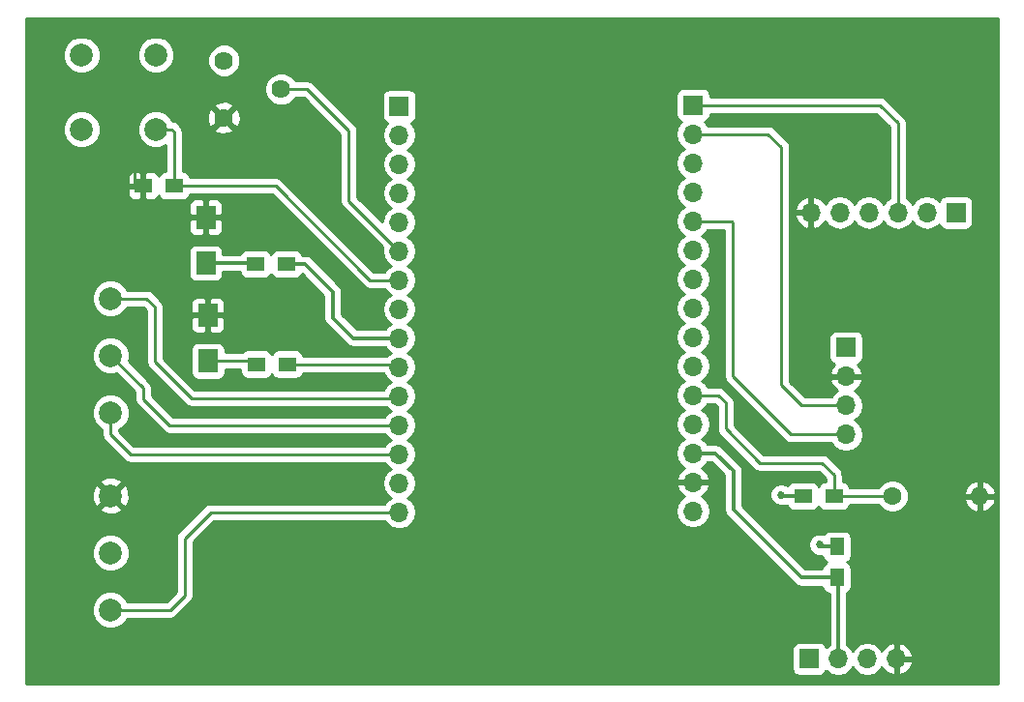
<source format=gbr>
G04 #@! TF.FileFunction,Copper,L1,Top,Signal*
%FSLAX46Y46*%
G04 Gerber Fmt 4.6, Leading zero omitted, Abs format (unit mm)*
G04 Created by KiCad (PCBNEW 4.0.7) date 01/13/18 10:07:04*
%MOMM*%
%LPD*%
G01*
G04 APERTURE LIST*
%ADD10C,0.100000*%
%ADD11C,2.000000*%
%ADD12R,1.500000X1.300000*%
%ADD13R,1.700000X1.700000*%
%ADD14O,1.700000X1.700000*%
%ADD15R,1.700000X2.000000*%
%ADD16R,1.300000X1.500000*%
%ADD17C,1.600000*%
%ADD18O,1.600000X1.600000*%
%ADD19C,1.620000*%
%ADD20C,0.685800*%
%ADD21C,0.330200*%
%ADD22C,0.250000*%
%ADD23C,0.254000*%
G04 APERTURE END LIST*
D10*
D11*
X92225000Y-74676000D03*
X85725000Y-74676000D03*
X92225000Y-68176000D03*
X85725000Y-68176000D03*
D12*
X103648500Y-86487000D03*
X100948500Y-86487000D03*
D11*
X88265000Y-116760000D03*
X88265000Y-111760000D03*
X88265000Y-106760000D03*
D13*
X162206000Y-81978500D03*
D14*
X159666000Y-81978500D03*
X157126000Y-81978500D03*
X154586000Y-81978500D03*
X152046000Y-81978500D03*
X149506000Y-81978500D03*
D11*
X88265000Y-99488000D03*
X88265000Y-94488000D03*
X88265000Y-89488000D03*
D13*
X152594500Y-93790000D03*
D14*
X152594500Y-96330000D03*
X152594500Y-98870000D03*
X152594500Y-101410000D03*
D15*
X96583500Y-82391500D03*
X96583500Y-86391500D03*
X96774000Y-90964000D03*
X96774000Y-94964000D03*
D13*
X149369200Y-121056400D03*
D14*
X151909200Y-121056400D03*
X154449200Y-121056400D03*
X156989200Y-121056400D03*
X139210000Y-108113000D03*
X139210000Y-105573000D03*
X139210000Y-103033000D03*
X139210000Y-100493000D03*
X139210000Y-97953000D03*
X139210000Y-95413000D03*
X139210000Y-92873000D03*
X139210000Y-90333000D03*
X139210000Y-87793000D03*
X139210000Y-85253000D03*
X139210000Y-82713000D03*
X139210000Y-80173000D03*
X139210000Y-77633000D03*
X139210000Y-75093000D03*
D13*
X139210000Y-72553000D03*
X139210000Y-72553000D03*
D14*
X139210000Y-75093000D03*
X139210000Y-77633000D03*
X139210000Y-80173000D03*
X139210000Y-82713000D03*
X139210000Y-85253000D03*
X139210000Y-87793000D03*
X139210000Y-90333000D03*
X139210000Y-92873000D03*
X139210000Y-95413000D03*
X139210000Y-97953000D03*
X139210000Y-100493000D03*
X139210000Y-103033000D03*
X139210000Y-105573000D03*
X139210000Y-108113000D03*
X113510000Y-108213000D03*
X113510000Y-105673000D03*
X113510000Y-103133000D03*
X113510000Y-100593000D03*
X113510000Y-98053000D03*
X113510000Y-95513000D03*
X113510000Y-92973000D03*
X113510000Y-90433000D03*
X113510000Y-87893000D03*
X113510000Y-85353000D03*
X113510000Y-82813000D03*
X113510000Y-80273000D03*
X113510000Y-77733000D03*
X113510000Y-75193000D03*
D13*
X113510000Y-72653000D03*
X113510000Y-72653000D03*
D14*
X113510000Y-75193000D03*
X113510000Y-77733000D03*
X113510000Y-80273000D03*
X113510000Y-82813000D03*
X113510000Y-85353000D03*
X113510000Y-87893000D03*
X113510000Y-90433000D03*
X113510000Y-92973000D03*
X113510000Y-95513000D03*
X113510000Y-98053000D03*
X113510000Y-100593000D03*
X113510000Y-103133000D03*
X113510000Y-105673000D03*
X113510000Y-108213000D03*
D12*
X103712000Y-95250000D03*
X101012000Y-95250000D03*
D16*
X151790400Y-113922800D03*
X151790400Y-111222800D03*
D12*
X91106000Y-79629000D03*
X93806000Y-79629000D03*
X151527500Y-106807000D03*
X148827500Y-106807000D03*
D17*
X156654500Y-106807000D03*
D18*
X164274500Y-106807000D03*
D19*
X98171000Y-68660000D03*
X103171000Y-71160000D03*
X98171000Y-73660000D03*
D20*
X150266400Y-111048800D03*
X146913600Y-106680000D03*
D21*
X151790400Y-111222800D02*
X150440400Y-111222800D01*
X150440400Y-111222800D02*
X150266400Y-111048800D01*
X147040600Y-106807000D02*
X146913600Y-106680000D01*
X148827500Y-106807000D02*
X147040600Y-106807000D01*
D22*
X149569500Y-81243500D02*
X149415500Y-81089500D01*
X149442500Y-82359500D02*
X149442500Y-79973500D01*
X149379000Y-79719500D02*
X149352000Y-79692500D01*
X149379000Y-79719500D02*
X149352000Y-79692500D01*
X149442500Y-82359500D02*
X149442500Y-79719500D01*
X149442500Y-82359500D02*
X149442500Y-81824500D01*
X90758000Y-79756000D02*
X90504000Y-80010000D01*
X90377000Y-79629000D02*
X90377000Y-76257000D01*
X90377000Y-76257000D02*
X88796000Y-74676000D01*
D23*
X152594500Y-98870000D02*
X148717500Y-98870000D01*
X145768500Y-75093000D02*
X139210000Y-75093000D01*
X146939000Y-76263500D02*
X145768500Y-75093000D01*
X146939000Y-97091500D02*
X146939000Y-76263500D01*
X148717500Y-98870000D02*
X146939000Y-97091500D01*
X139210000Y-82713000D02*
X142593500Y-82713000D01*
X147765000Y-101410000D02*
X152594500Y-101410000D01*
X142684500Y-96329500D02*
X147765000Y-101410000D01*
X142684500Y-82804000D02*
X142684500Y-96329500D01*
X142593500Y-82713000D02*
X142684500Y-82804000D01*
D21*
X96583500Y-86391500D02*
X100853000Y-86391500D01*
X100853000Y-86391500D02*
X100948500Y-86487000D01*
D23*
X96742500Y-86550500D02*
X96583500Y-86391500D01*
D22*
X96742500Y-86550500D02*
X96583500Y-86391500D01*
X96742500Y-86550500D02*
X96583500Y-86391500D01*
D23*
X96774000Y-94964000D02*
X100726000Y-94964000D01*
X100726000Y-94964000D02*
X101012000Y-95250000D01*
D22*
X100726000Y-94964000D02*
X101012000Y-95250000D01*
X100726000Y-94964000D02*
X101012000Y-95250000D01*
D21*
X151790400Y-113922800D02*
X148670000Y-113922800D01*
X141183800Y-103033000D02*
X139210000Y-103033000D01*
X142748000Y-104597200D02*
X141183800Y-103033000D01*
X142748000Y-108000800D02*
X142748000Y-104597200D01*
X148670000Y-113922800D02*
X142748000Y-108000800D01*
X151909200Y-121056400D02*
X151909200Y-114041600D01*
X151909200Y-114041600D02*
X151790400Y-113922800D01*
X152023500Y-114629500D02*
X152209500Y-114443500D01*
D23*
X152150500Y-114502500D02*
X152209500Y-114443500D01*
D22*
X152150500Y-114502500D02*
X152209500Y-114443500D01*
X152150500Y-114502500D02*
X152209500Y-114443500D01*
D23*
X139210000Y-97953000D02*
X141387000Y-97953000D01*
X151527500Y-104918500D02*
X151527500Y-106807000D01*
X150495000Y-103886000D02*
X151527500Y-104918500D01*
X145034000Y-103886000D02*
X150495000Y-103886000D01*
X142049500Y-100901500D02*
X145034000Y-103886000D01*
X142049500Y-98615500D02*
X142049500Y-100901500D01*
X141387000Y-97953000D02*
X142049500Y-98615500D01*
X151527500Y-106807000D02*
X156654500Y-106807000D01*
X157126000Y-81978500D02*
X157126000Y-74141000D01*
X155538000Y-72553000D02*
X139210000Y-72553000D01*
X157126000Y-74141000D02*
X155538000Y-72553000D01*
X94742000Y-115506500D02*
X94742000Y-110490000D01*
X93488500Y-116760000D02*
X94742000Y-115506500D01*
X88265000Y-116760000D02*
X93488500Y-116760000D01*
X97019000Y-108213000D02*
X113510000Y-108213000D01*
X94742000Y-110490000D02*
X97019000Y-108213000D01*
X88265000Y-99488000D02*
X88265000Y-101409500D01*
X89988500Y-103133000D02*
X113510000Y-103133000D01*
X88265000Y-101409500D02*
X89988500Y-103133000D01*
D22*
X113265000Y-103378000D02*
X113510000Y-103133000D01*
D23*
X113510000Y-100593000D02*
X93417500Y-100593000D01*
X91122500Y-97345500D02*
X88265000Y-94488000D01*
X91122500Y-98298000D02*
X91122500Y-97345500D01*
X93417500Y-100593000D02*
X91122500Y-98298000D01*
D22*
X88265000Y-94488000D02*
X88265000Y-94551500D01*
X88265000Y-94488000D02*
X88265000Y-94615000D01*
D23*
X88265000Y-89488000D02*
X91393000Y-89488000D01*
X95313500Y-98234500D02*
X113328500Y-98234500D01*
X92138500Y-95059500D02*
X95313500Y-98234500D01*
X92138500Y-90233500D02*
X92138500Y-95059500D01*
X91393000Y-89488000D02*
X92138500Y-90233500D01*
X113328500Y-98234500D02*
X113510000Y-98053000D01*
D22*
X113392000Y-98171000D02*
X113510000Y-98053000D01*
D23*
X103712000Y-95250000D02*
X113247000Y-95250000D01*
X113247000Y-95250000D02*
X113510000Y-95513000D01*
D22*
X113247000Y-95250000D02*
X113510000Y-95513000D01*
X113247000Y-95250000D02*
X113510000Y-95513000D01*
X113247000Y-95250000D02*
X113510000Y-95513000D01*
D21*
X103648500Y-86487000D02*
X105283000Y-86487000D01*
X109483000Y-92973000D02*
X113510000Y-92973000D01*
X107696000Y-91186000D02*
X109483000Y-92973000D01*
X107696000Y-88900000D02*
X107696000Y-91186000D01*
X105283000Y-86487000D02*
X107696000Y-88900000D01*
D22*
X113510000Y-92973000D02*
X112848500Y-92973000D01*
D23*
X93806000Y-79629000D02*
X102679500Y-79629000D01*
X110943500Y-87893000D02*
X113510000Y-87893000D01*
X102679500Y-79629000D02*
X110943500Y-87893000D01*
X92225000Y-74676000D02*
X93599000Y-74676000D01*
X93806000Y-74883000D02*
X93806000Y-79629000D01*
X93599000Y-74676000D02*
X93806000Y-74883000D01*
D22*
X113510000Y-87893000D02*
X113229500Y-87893000D01*
D23*
X103171000Y-71160000D02*
X105450000Y-71160000D01*
X109093000Y-80936000D02*
X113510000Y-85353000D01*
X109093000Y-74803000D02*
X109093000Y-80936000D01*
X105450000Y-71160000D02*
X109093000Y-74803000D01*
D22*
X103171000Y-71160000D02*
X103799000Y-71160000D01*
D23*
G36*
X165914000Y-123242000D02*
X80847000Y-123242000D01*
X80847000Y-112083795D01*
X86629716Y-112083795D01*
X86878106Y-112684943D01*
X87337637Y-113145278D01*
X87938352Y-113394716D01*
X88588795Y-113395284D01*
X89189943Y-113146894D01*
X89650278Y-112687363D01*
X89899716Y-112086648D01*
X89900284Y-111436205D01*
X89651894Y-110835057D01*
X89192363Y-110374722D01*
X88591648Y-110125284D01*
X87941205Y-110124716D01*
X87340057Y-110373106D01*
X86879722Y-110832637D01*
X86630284Y-111433352D01*
X86629716Y-112083795D01*
X80847000Y-112083795D01*
X80847000Y-107912532D01*
X87292073Y-107912532D01*
X87390736Y-108179387D01*
X88000461Y-108405908D01*
X88650460Y-108381856D01*
X89139264Y-108179387D01*
X89237927Y-107912532D01*
X88265000Y-106939605D01*
X87292073Y-107912532D01*
X80847000Y-107912532D01*
X80847000Y-106495461D01*
X86619092Y-106495461D01*
X86643144Y-107145460D01*
X86845613Y-107634264D01*
X87112468Y-107732927D01*
X88085395Y-106760000D01*
X88444605Y-106760000D01*
X89417532Y-107732927D01*
X89684387Y-107634264D01*
X89910908Y-107024539D01*
X89886856Y-106374540D01*
X89684387Y-105885736D01*
X89417532Y-105787073D01*
X88444605Y-106760000D01*
X88085395Y-106760000D01*
X87112468Y-105787073D01*
X86845613Y-105885736D01*
X86619092Y-106495461D01*
X80847000Y-106495461D01*
X80847000Y-105607468D01*
X87292073Y-105607468D01*
X88265000Y-106580395D01*
X89237927Y-105607468D01*
X89139264Y-105340613D01*
X88529539Y-105114092D01*
X87879540Y-105138144D01*
X87390736Y-105340613D01*
X87292073Y-105607468D01*
X80847000Y-105607468D01*
X80847000Y-89811795D01*
X86629716Y-89811795D01*
X86878106Y-90412943D01*
X87337637Y-90873278D01*
X87938352Y-91122716D01*
X88588795Y-91123284D01*
X89189943Y-90874894D01*
X89650278Y-90415363D01*
X89718943Y-90250000D01*
X91077370Y-90250000D01*
X91376500Y-90549131D01*
X91376500Y-95059500D01*
X91434504Y-95351105D01*
X91576139Y-95563076D01*
X91599685Y-95598315D01*
X94774685Y-98773315D01*
X95021895Y-98938496D01*
X95313500Y-98996500D01*
X112359656Y-98996500D01*
X112430853Y-99103054D01*
X112760026Y-99323000D01*
X112430853Y-99542946D01*
X112238382Y-99831000D01*
X93733130Y-99831000D01*
X91884500Y-97982370D01*
X91884500Y-97345500D01*
X91826496Y-97053895D01*
X91702495Y-96868315D01*
X91661315Y-96806684D01*
X89832105Y-94977474D01*
X89899716Y-94814648D01*
X89900284Y-94164205D01*
X89651894Y-93563057D01*
X89192363Y-93102722D01*
X88591648Y-92853284D01*
X87941205Y-92852716D01*
X87340057Y-93101106D01*
X86879722Y-93560637D01*
X86630284Y-94161352D01*
X86629716Y-94811795D01*
X86878106Y-95412943D01*
X87337637Y-95873278D01*
X87938352Y-96122716D01*
X88588795Y-96123284D01*
X88754277Y-96054908D01*
X90360500Y-97661131D01*
X90360500Y-98298000D01*
X90418504Y-98589605D01*
X90502291Y-98715000D01*
X90583685Y-98836815D01*
X92878685Y-101131815D01*
X93125895Y-101296996D01*
X93417500Y-101355000D01*
X112238382Y-101355000D01*
X112430853Y-101643054D01*
X112760026Y-101863000D01*
X112430853Y-102082946D01*
X112238382Y-102371000D01*
X90304130Y-102371000D01*
X89027000Y-101093870D01*
X89027000Y-100942221D01*
X89189943Y-100874894D01*
X89650278Y-100415363D01*
X89899716Y-99814648D01*
X89900284Y-99164205D01*
X89651894Y-98563057D01*
X89192363Y-98102722D01*
X88591648Y-97853284D01*
X87941205Y-97852716D01*
X87340057Y-98101106D01*
X86879722Y-98560637D01*
X86630284Y-99161352D01*
X86629716Y-99811795D01*
X86878106Y-100412943D01*
X87337637Y-100873278D01*
X87503000Y-100941943D01*
X87503000Y-101409500D01*
X87561004Y-101701105D01*
X87726185Y-101948315D01*
X89449685Y-103671815D01*
X89696895Y-103836996D01*
X89988500Y-103895000D01*
X112238382Y-103895000D01*
X112430853Y-104183054D01*
X112760026Y-104403000D01*
X112430853Y-104622946D01*
X112108946Y-105104715D01*
X111995907Y-105673000D01*
X112108946Y-106241285D01*
X112430853Y-106723054D01*
X112760026Y-106943000D01*
X112430853Y-107162946D01*
X112238382Y-107451000D01*
X97019000Y-107451000D01*
X96729728Y-107508540D01*
X96727395Y-107509004D01*
X96480184Y-107674185D01*
X94203185Y-109951185D01*
X94038004Y-110198395D01*
X93980000Y-110490000D01*
X93980000Y-115190869D01*
X93172870Y-115998000D01*
X89719221Y-115998000D01*
X89651894Y-115835057D01*
X89192363Y-115374722D01*
X88591648Y-115125284D01*
X87941205Y-115124716D01*
X87340057Y-115373106D01*
X86879722Y-115832637D01*
X86630284Y-116433352D01*
X86629716Y-117083795D01*
X86878106Y-117684943D01*
X87337637Y-118145278D01*
X87938352Y-118394716D01*
X88588795Y-118395284D01*
X89189943Y-118146894D01*
X89650278Y-117687363D01*
X89718943Y-117522000D01*
X93488500Y-117522000D01*
X93780105Y-117463996D01*
X94027315Y-117298815D01*
X95280816Y-116045315D01*
X95422922Y-115832637D01*
X95445996Y-115798105D01*
X95504000Y-115506500D01*
X95504000Y-110805630D01*
X97334631Y-108975000D01*
X112238382Y-108975000D01*
X112430853Y-109263054D01*
X112912622Y-109584961D01*
X113480907Y-109698000D01*
X113539093Y-109698000D01*
X114107378Y-109584961D01*
X114589147Y-109263054D01*
X114911054Y-108781285D01*
X115024093Y-108213000D01*
X115004202Y-108113000D01*
X137695907Y-108113000D01*
X137808946Y-108681285D01*
X138130853Y-109163054D01*
X138612622Y-109484961D01*
X139180907Y-109598000D01*
X139239093Y-109598000D01*
X139807378Y-109484961D01*
X140289147Y-109163054D01*
X140611054Y-108681285D01*
X140724093Y-108113000D01*
X140611054Y-107544715D01*
X140289147Y-107062946D01*
X139948447Y-106835298D01*
X140091358Y-106768183D01*
X140481645Y-106339924D01*
X140651476Y-105929890D01*
X140530155Y-105700000D01*
X139337000Y-105700000D01*
X139337000Y-105720000D01*
X139083000Y-105720000D01*
X139083000Y-105700000D01*
X137889845Y-105700000D01*
X137768524Y-105929890D01*
X137938355Y-106339924D01*
X138328642Y-106768183D01*
X138471553Y-106835298D01*
X138130853Y-107062946D01*
X137808946Y-107544715D01*
X137695907Y-108113000D01*
X115004202Y-108113000D01*
X114911054Y-107644715D01*
X114589147Y-107162946D01*
X114259974Y-106943000D01*
X114589147Y-106723054D01*
X114911054Y-106241285D01*
X115024093Y-105673000D01*
X114911054Y-105104715D01*
X114589147Y-104622946D01*
X114259974Y-104403000D01*
X114589147Y-104183054D01*
X114911054Y-103701285D01*
X115024093Y-103133000D01*
X114911054Y-102564715D01*
X114589147Y-102082946D01*
X114259974Y-101863000D01*
X114589147Y-101643054D01*
X114911054Y-101161285D01*
X115024093Y-100593000D01*
X114911054Y-100024715D01*
X114589147Y-99542946D01*
X114259974Y-99323000D01*
X114589147Y-99103054D01*
X114911054Y-98621285D01*
X115024093Y-98053000D01*
X114911054Y-97484715D01*
X114589147Y-97002946D01*
X114259974Y-96783000D01*
X114589147Y-96563054D01*
X114911054Y-96081285D01*
X115024093Y-95513000D01*
X114911054Y-94944715D01*
X114589147Y-94462946D01*
X114259974Y-94243000D01*
X114589147Y-94023054D01*
X114911054Y-93541285D01*
X115024093Y-92973000D01*
X114911054Y-92404715D01*
X114589147Y-91922946D01*
X114259974Y-91703000D01*
X114589147Y-91483054D01*
X114911054Y-91001285D01*
X115024093Y-90433000D01*
X114911054Y-89864715D01*
X114589147Y-89382946D01*
X114259974Y-89163000D01*
X114589147Y-88943054D01*
X114911054Y-88461285D01*
X115024093Y-87893000D01*
X114911054Y-87324715D01*
X114589147Y-86842946D01*
X114259974Y-86623000D01*
X114589147Y-86403054D01*
X114911054Y-85921285D01*
X115024093Y-85353000D01*
X114911054Y-84784715D01*
X114589147Y-84302946D01*
X114259974Y-84083000D01*
X114589147Y-83863054D01*
X114911054Y-83381285D01*
X115024093Y-82813000D01*
X114911054Y-82244715D01*
X114589147Y-81762946D01*
X114259974Y-81543000D01*
X114589147Y-81323054D01*
X114911054Y-80841285D01*
X115024093Y-80273000D01*
X114911054Y-79704715D01*
X114589147Y-79222946D01*
X114259974Y-79003000D01*
X114589147Y-78783054D01*
X114911054Y-78301285D01*
X115024093Y-77733000D01*
X114911054Y-77164715D01*
X114589147Y-76682946D01*
X114259974Y-76463000D01*
X114589147Y-76243054D01*
X114911054Y-75761285D01*
X115024093Y-75193000D01*
X115004202Y-75093000D01*
X137695907Y-75093000D01*
X137808946Y-75661285D01*
X138130853Y-76143054D01*
X138460026Y-76363000D01*
X138130853Y-76582946D01*
X137808946Y-77064715D01*
X137695907Y-77633000D01*
X137808946Y-78201285D01*
X138130853Y-78683054D01*
X138460026Y-78903000D01*
X138130853Y-79122946D01*
X137808946Y-79604715D01*
X137695907Y-80173000D01*
X137808946Y-80741285D01*
X138130853Y-81223054D01*
X138460026Y-81443000D01*
X138130853Y-81662946D01*
X137808946Y-82144715D01*
X137695907Y-82713000D01*
X137808946Y-83281285D01*
X138130853Y-83763054D01*
X138460026Y-83983000D01*
X138130853Y-84202946D01*
X137808946Y-84684715D01*
X137695907Y-85253000D01*
X137808946Y-85821285D01*
X138130853Y-86303054D01*
X138460026Y-86523000D01*
X138130853Y-86742946D01*
X137808946Y-87224715D01*
X137695907Y-87793000D01*
X137808946Y-88361285D01*
X138130853Y-88843054D01*
X138460026Y-89063000D01*
X138130853Y-89282946D01*
X137808946Y-89764715D01*
X137695907Y-90333000D01*
X137808946Y-90901285D01*
X138130853Y-91383054D01*
X138460026Y-91603000D01*
X138130853Y-91822946D01*
X137808946Y-92304715D01*
X137695907Y-92873000D01*
X137808946Y-93441285D01*
X138130853Y-93923054D01*
X138460026Y-94143000D01*
X138130853Y-94362946D01*
X137808946Y-94844715D01*
X137695907Y-95413000D01*
X137808946Y-95981285D01*
X138130853Y-96463054D01*
X138460026Y-96683000D01*
X138130853Y-96902946D01*
X137808946Y-97384715D01*
X137695907Y-97953000D01*
X137808946Y-98521285D01*
X138130853Y-99003054D01*
X138460026Y-99223000D01*
X138130853Y-99442946D01*
X137808946Y-99924715D01*
X137695907Y-100493000D01*
X137808946Y-101061285D01*
X138130853Y-101543054D01*
X138460026Y-101763000D01*
X138130853Y-101982946D01*
X137808946Y-102464715D01*
X137695907Y-103033000D01*
X137808946Y-103601285D01*
X138130853Y-104083054D01*
X138471553Y-104310702D01*
X138328642Y-104377817D01*
X137938355Y-104806076D01*
X137768524Y-105216110D01*
X137889845Y-105446000D01*
X139083000Y-105446000D01*
X139083000Y-105426000D01*
X139337000Y-105426000D01*
X139337000Y-105446000D01*
X140530155Y-105446000D01*
X140651476Y-105216110D01*
X140481645Y-104806076D01*
X140091358Y-104377817D01*
X139948447Y-104310702D01*
X140289147Y-104083054D01*
X140456161Y-103833100D01*
X140852388Y-103833100D01*
X141947900Y-104928612D01*
X141947900Y-108000800D01*
X142008804Y-108306985D01*
X142182244Y-108566556D01*
X148104244Y-114488556D01*
X148363815Y-114661996D01*
X148670000Y-114722900D01*
X150502387Y-114722900D01*
X150537238Y-114908117D01*
X150676310Y-115124241D01*
X150888510Y-115269231D01*
X151109100Y-115313902D01*
X151109100Y-119810239D01*
X150859146Y-119977253D01*
X150831350Y-120018852D01*
X150822362Y-119971083D01*
X150683290Y-119754959D01*
X150471090Y-119609969D01*
X150219200Y-119558960D01*
X148519200Y-119558960D01*
X148283883Y-119603238D01*
X148067759Y-119742310D01*
X147922769Y-119954510D01*
X147871760Y-120206400D01*
X147871760Y-121906400D01*
X147916038Y-122141717D01*
X148055110Y-122357841D01*
X148267310Y-122502831D01*
X148519200Y-122553840D01*
X150219200Y-122553840D01*
X150454517Y-122509562D01*
X150670641Y-122370490D01*
X150815631Y-122158290D01*
X150829286Y-122090859D01*
X150859146Y-122135547D01*
X151340915Y-122457454D01*
X151909200Y-122570493D01*
X152477485Y-122457454D01*
X152959254Y-122135547D01*
X153179200Y-121806374D01*
X153399146Y-122135547D01*
X153880915Y-122457454D01*
X154449200Y-122570493D01*
X155017485Y-122457454D01*
X155499254Y-122135547D01*
X155726902Y-121794847D01*
X155794017Y-121937758D01*
X156222276Y-122328045D01*
X156632310Y-122497876D01*
X156862200Y-122376555D01*
X156862200Y-121183400D01*
X157116200Y-121183400D01*
X157116200Y-122376555D01*
X157346090Y-122497876D01*
X157756124Y-122328045D01*
X158184383Y-121937758D01*
X158430686Y-121413292D01*
X158310019Y-121183400D01*
X157116200Y-121183400D01*
X156862200Y-121183400D01*
X156842200Y-121183400D01*
X156842200Y-120929400D01*
X156862200Y-120929400D01*
X156862200Y-119736245D01*
X157116200Y-119736245D01*
X157116200Y-120929400D01*
X158310019Y-120929400D01*
X158430686Y-120699508D01*
X158184383Y-120175042D01*
X157756124Y-119784755D01*
X157346090Y-119614924D01*
X157116200Y-119736245D01*
X156862200Y-119736245D01*
X156632310Y-119614924D01*
X156222276Y-119784755D01*
X155794017Y-120175042D01*
X155726902Y-120317953D01*
X155499254Y-119977253D01*
X155017485Y-119655346D01*
X154449200Y-119542307D01*
X153880915Y-119655346D01*
X153399146Y-119977253D01*
X153179200Y-120306426D01*
X152959254Y-119977253D01*
X152709300Y-119810239D01*
X152709300Y-115254352D01*
X152891841Y-115136890D01*
X153036831Y-114924690D01*
X153087840Y-114672800D01*
X153087840Y-113172800D01*
X153043562Y-112937483D01*
X152904490Y-112721359D01*
X152692290Y-112576369D01*
X152679203Y-112573719D01*
X152891841Y-112436890D01*
X153036831Y-112224690D01*
X153087840Y-111972800D01*
X153087840Y-110472800D01*
X153043562Y-110237483D01*
X152904490Y-110021359D01*
X152692290Y-109876369D01*
X152440400Y-109825360D01*
X151140400Y-109825360D01*
X150905083Y-109869638D01*
X150688959Y-110008710D01*
X150605556Y-110130775D01*
X150461770Y-110071070D01*
X150072737Y-110070731D01*
X149713188Y-110219293D01*
X149437860Y-110494141D01*
X149288670Y-110853430D01*
X149288331Y-111242463D01*
X149436893Y-111602012D01*
X149711741Y-111877340D01*
X150071030Y-112026530D01*
X150460063Y-112026869D01*
X150469669Y-112022900D01*
X150502387Y-112022900D01*
X150537238Y-112208117D01*
X150676310Y-112424241D01*
X150888510Y-112569231D01*
X150901597Y-112571881D01*
X150688959Y-112708710D01*
X150543969Y-112920910D01*
X150503106Y-113122700D01*
X149001412Y-113122700D01*
X143548100Y-107669388D01*
X143548100Y-104597200D01*
X143487196Y-104291015D01*
X143313756Y-104031444D01*
X141749556Y-102467244D01*
X141489985Y-102293804D01*
X141183800Y-102232900D01*
X140456161Y-102232900D01*
X140289147Y-101982946D01*
X139959974Y-101763000D01*
X140289147Y-101543054D01*
X140611054Y-101061285D01*
X140724093Y-100493000D01*
X140611054Y-99924715D01*
X140289147Y-99442946D01*
X139959974Y-99223000D01*
X140289147Y-99003054D01*
X140481618Y-98715000D01*
X141071370Y-98715000D01*
X141287500Y-98931131D01*
X141287500Y-100901500D01*
X141345504Y-101193105D01*
X141453679Y-101355000D01*
X141510685Y-101440315D01*
X144495184Y-104424815D01*
X144742395Y-104589996D01*
X145034000Y-104648000D01*
X150179370Y-104648000D01*
X150765500Y-105234131D01*
X150765500Y-105511818D01*
X150542183Y-105553838D01*
X150326059Y-105692910D01*
X150181069Y-105905110D01*
X150178419Y-105918197D01*
X150041590Y-105705559D01*
X149829390Y-105560569D01*
X149577500Y-105509560D01*
X148077500Y-105509560D01*
X147842183Y-105553838D01*
X147626059Y-105692910D01*
X147497626Y-105880878D01*
X147468259Y-105851460D01*
X147108970Y-105702270D01*
X146719937Y-105701931D01*
X146360388Y-105850493D01*
X146085060Y-106125341D01*
X145935870Y-106484630D01*
X145935531Y-106873663D01*
X146084093Y-107233212D01*
X146358941Y-107508540D01*
X146718230Y-107657730D01*
X147107263Y-107658069D01*
X147230618Y-107607100D01*
X147458303Y-107607100D01*
X147474338Y-107692317D01*
X147613410Y-107908441D01*
X147825610Y-108053431D01*
X148077500Y-108104440D01*
X149577500Y-108104440D01*
X149812817Y-108060162D01*
X150028941Y-107921090D01*
X150173931Y-107708890D01*
X150176581Y-107695803D01*
X150313410Y-107908441D01*
X150525610Y-108053431D01*
X150777500Y-108104440D01*
X152277500Y-108104440D01*
X152512817Y-108060162D01*
X152728941Y-107921090D01*
X152873931Y-107708890D01*
X152902259Y-107569000D01*
X155416680Y-107569000D01*
X155437257Y-107618800D01*
X155840577Y-108022824D01*
X156367809Y-108241750D01*
X156938687Y-108242248D01*
X157466300Y-108024243D01*
X157870324Y-107620923D01*
X158063360Y-107156039D01*
X162882596Y-107156039D01*
X163043459Y-107544423D01*
X163419366Y-107959389D01*
X163925459Y-108198914D01*
X164147500Y-108077629D01*
X164147500Y-106934000D01*
X164401500Y-106934000D01*
X164401500Y-108077629D01*
X164623541Y-108198914D01*
X165129634Y-107959389D01*
X165505541Y-107544423D01*
X165666404Y-107156039D01*
X165544415Y-106934000D01*
X164401500Y-106934000D01*
X164147500Y-106934000D01*
X163004585Y-106934000D01*
X162882596Y-107156039D01*
X158063360Y-107156039D01*
X158089250Y-107093691D01*
X158089748Y-106522813D01*
X158062952Y-106457961D01*
X162882596Y-106457961D01*
X163004585Y-106680000D01*
X164147500Y-106680000D01*
X164147500Y-105536371D01*
X164401500Y-105536371D01*
X164401500Y-106680000D01*
X165544415Y-106680000D01*
X165666404Y-106457961D01*
X165505541Y-106069577D01*
X165129634Y-105654611D01*
X164623541Y-105415086D01*
X164401500Y-105536371D01*
X164147500Y-105536371D01*
X163925459Y-105415086D01*
X163419366Y-105654611D01*
X163043459Y-106069577D01*
X162882596Y-106457961D01*
X158062952Y-106457961D01*
X157871743Y-105995200D01*
X157468423Y-105591176D01*
X156941191Y-105372250D01*
X156370313Y-105371752D01*
X155842700Y-105589757D01*
X155438676Y-105993077D01*
X155417116Y-106045000D01*
X152903866Y-106045000D01*
X152880662Y-105921683D01*
X152741590Y-105705559D01*
X152529390Y-105560569D01*
X152289500Y-105511990D01*
X152289500Y-104918500D01*
X152286493Y-104903385D01*
X152231497Y-104626896D01*
X152066316Y-104379685D01*
X151033815Y-103347185D01*
X151021842Y-103339185D01*
X150786605Y-103182004D01*
X150495000Y-103124000D01*
X145349631Y-103124000D01*
X142811500Y-100585870D01*
X142811500Y-98615500D01*
X142753496Y-98323895D01*
X142738676Y-98301715D01*
X142588315Y-98076684D01*
X141925815Y-97414185D01*
X141881710Y-97384715D01*
X141678605Y-97249004D01*
X141387000Y-97191000D01*
X140481618Y-97191000D01*
X140289147Y-96902946D01*
X139959974Y-96683000D01*
X140289147Y-96463054D01*
X140611054Y-95981285D01*
X140724093Y-95413000D01*
X140611054Y-94844715D01*
X140289147Y-94362946D01*
X139959974Y-94143000D01*
X140289147Y-93923054D01*
X140611054Y-93441285D01*
X140724093Y-92873000D01*
X140611054Y-92304715D01*
X140289147Y-91822946D01*
X139959974Y-91603000D01*
X140289147Y-91383054D01*
X140611054Y-90901285D01*
X140724093Y-90333000D01*
X140611054Y-89764715D01*
X140289147Y-89282946D01*
X139959974Y-89063000D01*
X140289147Y-88843054D01*
X140611054Y-88361285D01*
X140724093Y-87793000D01*
X140611054Y-87224715D01*
X140289147Y-86742946D01*
X139959974Y-86523000D01*
X140289147Y-86303054D01*
X140611054Y-85821285D01*
X140724093Y-85253000D01*
X140611054Y-84684715D01*
X140289147Y-84202946D01*
X139959974Y-83983000D01*
X140289147Y-83763054D01*
X140481618Y-83475000D01*
X141922500Y-83475000D01*
X141922500Y-96329500D01*
X141980504Y-96621105D01*
X142104505Y-96806685D01*
X142145685Y-96868315D01*
X147226185Y-101948815D01*
X147473395Y-102113996D01*
X147765000Y-102172000D01*
X151322882Y-102172000D01*
X151515353Y-102460054D01*
X151997122Y-102781961D01*
X152565407Y-102895000D01*
X152623593Y-102895000D01*
X153191878Y-102781961D01*
X153673647Y-102460054D01*
X153995554Y-101978285D01*
X154108593Y-101410000D01*
X153995554Y-100841715D01*
X153673647Y-100359946D01*
X153344474Y-100140000D01*
X153673647Y-99920054D01*
X153995554Y-99438285D01*
X154108593Y-98870000D01*
X153995554Y-98301715D01*
X153673647Y-97819946D01*
X153332947Y-97592298D01*
X153475858Y-97525183D01*
X153866145Y-97096924D01*
X154035976Y-96686890D01*
X153914655Y-96457000D01*
X152721500Y-96457000D01*
X152721500Y-96477000D01*
X152467500Y-96477000D01*
X152467500Y-96457000D01*
X151274345Y-96457000D01*
X151153024Y-96686890D01*
X151322855Y-97096924D01*
X151713142Y-97525183D01*
X151856053Y-97592298D01*
X151515353Y-97819946D01*
X151322882Y-98108000D01*
X149033130Y-98108000D01*
X147701000Y-96775870D01*
X147701000Y-92940000D01*
X151097060Y-92940000D01*
X151097060Y-94640000D01*
X151141338Y-94875317D01*
X151280410Y-95091441D01*
X151492610Y-95236431D01*
X151600607Y-95258301D01*
X151322855Y-95563076D01*
X151153024Y-95973110D01*
X151274345Y-96203000D01*
X152467500Y-96203000D01*
X152467500Y-96183000D01*
X152721500Y-96183000D01*
X152721500Y-96203000D01*
X153914655Y-96203000D01*
X154035976Y-95973110D01*
X153866145Y-95563076D01*
X153589999Y-95260063D01*
X153679817Y-95243162D01*
X153895941Y-95104090D01*
X154040931Y-94891890D01*
X154091940Y-94640000D01*
X154091940Y-92940000D01*
X154047662Y-92704683D01*
X153908590Y-92488559D01*
X153696390Y-92343569D01*
X153444500Y-92292560D01*
X151744500Y-92292560D01*
X151509183Y-92336838D01*
X151293059Y-92475910D01*
X151148069Y-92688110D01*
X151097060Y-92940000D01*
X147701000Y-92940000D01*
X147701000Y-82335392D01*
X148064514Y-82335392D01*
X148310817Y-82859858D01*
X148739076Y-83250145D01*
X149149110Y-83419976D01*
X149379000Y-83298655D01*
X149379000Y-82105500D01*
X148185181Y-82105500D01*
X148064514Y-82335392D01*
X147701000Y-82335392D01*
X147701000Y-81621608D01*
X148064514Y-81621608D01*
X148185181Y-81851500D01*
X149379000Y-81851500D01*
X149379000Y-80658345D01*
X149149110Y-80537024D01*
X148739076Y-80706855D01*
X148310817Y-81097142D01*
X148064514Y-81621608D01*
X147701000Y-81621608D01*
X147701000Y-76263500D01*
X147642996Y-75971895D01*
X147477815Y-75724685D01*
X146307315Y-74554185D01*
X146219312Y-74495383D01*
X146060105Y-74389004D01*
X145768500Y-74331000D01*
X140481618Y-74331000D01*
X140289147Y-74042946D01*
X140247548Y-74015150D01*
X140295317Y-74006162D01*
X140511441Y-73867090D01*
X140656431Y-73654890D01*
X140707440Y-73403000D01*
X140707440Y-73315000D01*
X155222370Y-73315000D01*
X156364000Y-74456630D01*
X156364000Y-80706882D01*
X156075946Y-80899353D01*
X155856000Y-81228526D01*
X155636054Y-80899353D01*
X155154285Y-80577446D01*
X154586000Y-80464407D01*
X154017715Y-80577446D01*
X153535946Y-80899353D01*
X153316000Y-81228526D01*
X153096054Y-80899353D01*
X152614285Y-80577446D01*
X152046000Y-80464407D01*
X151477715Y-80577446D01*
X150995946Y-80899353D01*
X150768298Y-81240053D01*
X150701183Y-81097142D01*
X150272924Y-80706855D01*
X149862890Y-80537024D01*
X149633000Y-80658345D01*
X149633000Y-81851500D01*
X149653000Y-81851500D01*
X149653000Y-82105500D01*
X149633000Y-82105500D01*
X149633000Y-83298655D01*
X149862890Y-83419976D01*
X150272924Y-83250145D01*
X150701183Y-82859858D01*
X150768298Y-82716947D01*
X150995946Y-83057647D01*
X151477715Y-83379554D01*
X152046000Y-83492593D01*
X152614285Y-83379554D01*
X153096054Y-83057647D01*
X153316000Y-82728474D01*
X153535946Y-83057647D01*
X154017715Y-83379554D01*
X154586000Y-83492593D01*
X155154285Y-83379554D01*
X155636054Y-83057647D01*
X155856000Y-82728474D01*
X156075946Y-83057647D01*
X156557715Y-83379554D01*
X157126000Y-83492593D01*
X157694285Y-83379554D01*
X158176054Y-83057647D01*
X158396000Y-82728474D01*
X158615946Y-83057647D01*
X159097715Y-83379554D01*
X159666000Y-83492593D01*
X160234285Y-83379554D01*
X160716054Y-83057647D01*
X160743850Y-83016048D01*
X160752838Y-83063817D01*
X160891910Y-83279941D01*
X161104110Y-83424931D01*
X161356000Y-83475940D01*
X163056000Y-83475940D01*
X163291317Y-83431662D01*
X163507441Y-83292590D01*
X163652431Y-83080390D01*
X163703440Y-82828500D01*
X163703440Y-81128500D01*
X163659162Y-80893183D01*
X163520090Y-80677059D01*
X163307890Y-80532069D01*
X163056000Y-80481060D01*
X161356000Y-80481060D01*
X161120683Y-80525338D01*
X160904559Y-80664410D01*
X160759569Y-80876610D01*
X160745914Y-80944041D01*
X160716054Y-80899353D01*
X160234285Y-80577446D01*
X159666000Y-80464407D01*
X159097715Y-80577446D01*
X158615946Y-80899353D01*
X158396000Y-81228526D01*
X158176054Y-80899353D01*
X157888000Y-80706882D01*
X157888000Y-74141000D01*
X157829996Y-73849395D01*
X157664815Y-73602185D01*
X156076815Y-72014185D01*
X155829605Y-71849004D01*
X155538000Y-71791000D01*
X140707440Y-71791000D01*
X140707440Y-71703000D01*
X140663162Y-71467683D01*
X140524090Y-71251559D01*
X140311890Y-71106569D01*
X140060000Y-71055560D01*
X138360000Y-71055560D01*
X138124683Y-71099838D01*
X137908559Y-71238910D01*
X137763569Y-71451110D01*
X137712560Y-71703000D01*
X137712560Y-73403000D01*
X137756838Y-73638317D01*
X137895910Y-73854441D01*
X138108110Y-73999431D01*
X138175541Y-74013086D01*
X138130853Y-74042946D01*
X137808946Y-74524715D01*
X137695907Y-75093000D01*
X115004202Y-75093000D01*
X114911054Y-74624715D01*
X114589147Y-74142946D01*
X114547548Y-74115150D01*
X114595317Y-74106162D01*
X114811441Y-73967090D01*
X114956431Y-73754890D01*
X115007440Y-73503000D01*
X115007440Y-71803000D01*
X114963162Y-71567683D01*
X114824090Y-71351559D01*
X114611890Y-71206569D01*
X114360000Y-71155560D01*
X112660000Y-71155560D01*
X112424683Y-71199838D01*
X112208559Y-71338910D01*
X112063569Y-71551110D01*
X112012560Y-71803000D01*
X112012560Y-73503000D01*
X112056838Y-73738317D01*
X112195910Y-73954441D01*
X112408110Y-74099431D01*
X112475541Y-74113086D01*
X112430853Y-74142946D01*
X112108946Y-74624715D01*
X111995907Y-75193000D01*
X112108946Y-75761285D01*
X112430853Y-76243054D01*
X112760026Y-76463000D01*
X112430853Y-76682946D01*
X112108946Y-77164715D01*
X111995907Y-77733000D01*
X112108946Y-78301285D01*
X112430853Y-78783054D01*
X112760026Y-79003000D01*
X112430853Y-79222946D01*
X112108946Y-79704715D01*
X111995907Y-80273000D01*
X112108946Y-80841285D01*
X112430853Y-81323054D01*
X112760026Y-81543000D01*
X112430853Y-81762946D01*
X112108946Y-82244715D01*
X112004488Y-82769858D01*
X109855000Y-80620370D01*
X109855000Y-74803000D01*
X109796996Y-74511395D01*
X109631815Y-74264185D01*
X105988815Y-70621185D01*
X105741605Y-70456004D01*
X105450000Y-70398000D01*
X104419639Y-70398000D01*
X104396725Y-70342543D01*
X103990595Y-69935703D01*
X103459689Y-69715252D01*
X102884833Y-69714750D01*
X102353543Y-69934275D01*
X101946703Y-70340405D01*
X101726252Y-70871311D01*
X101725750Y-71446167D01*
X101945275Y-71977457D01*
X102351405Y-72384297D01*
X102882311Y-72604748D01*
X103457167Y-72605250D01*
X103988457Y-72385725D01*
X104395297Y-71979595D01*
X104419212Y-71922000D01*
X105134370Y-71922000D01*
X108331000Y-75118630D01*
X108331000Y-80936000D01*
X108389004Y-81227605D01*
X108491581Y-81381122D01*
X108554185Y-81474815D01*
X112068321Y-84988952D01*
X111995907Y-85353000D01*
X112108946Y-85921285D01*
X112430853Y-86403054D01*
X112760026Y-86623000D01*
X112430853Y-86842946D01*
X112238382Y-87131000D01*
X111259130Y-87131000D01*
X103218315Y-79090185D01*
X102971105Y-78925004D01*
X102679500Y-78867000D01*
X95182366Y-78867000D01*
X95159162Y-78743683D01*
X95020090Y-78527559D01*
X94807890Y-78382569D01*
X94568000Y-78333990D01*
X94568000Y-74883000D01*
X94526624Y-74674988D01*
X97335617Y-74674988D01*
X97410980Y-74922144D01*
X97951834Y-75116916D01*
X98526055Y-75089886D01*
X98931020Y-74922144D01*
X99006383Y-74674988D01*
X98171000Y-73839605D01*
X97335617Y-74674988D01*
X94526624Y-74674988D01*
X94509996Y-74591395D01*
X94403895Y-74432604D01*
X94344815Y-74344184D01*
X94137815Y-74137185D01*
X93890605Y-73972004D01*
X93686405Y-73931386D01*
X93611894Y-73751057D01*
X93302213Y-73440834D01*
X96714084Y-73440834D01*
X96741114Y-74015055D01*
X96908856Y-74420020D01*
X97156012Y-74495383D01*
X97991395Y-73660000D01*
X98350605Y-73660000D01*
X99185988Y-74495383D01*
X99433144Y-74420020D01*
X99627916Y-73879166D01*
X99600886Y-73304945D01*
X99433144Y-72899980D01*
X99185988Y-72824617D01*
X98350605Y-73660000D01*
X97991395Y-73660000D01*
X97156012Y-72824617D01*
X96908856Y-72899980D01*
X96714084Y-73440834D01*
X93302213Y-73440834D01*
X93152363Y-73290722D01*
X92551648Y-73041284D01*
X91901205Y-73040716D01*
X91300057Y-73289106D01*
X90839722Y-73748637D01*
X90590284Y-74349352D01*
X90589716Y-74999795D01*
X90838106Y-75600943D01*
X91297637Y-76061278D01*
X91898352Y-76310716D01*
X92548795Y-76311284D01*
X93044000Y-76106669D01*
X93044000Y-78333818D01*
X92820683Y-78375838D01*
X92604559Y-78514910D01*
X92459569Y-78727110D01*
X92452809Y-78760490D01*
X92394327Y-78619301D01*
X92215698Y-78440673D01*
X91982309Y-78344000D01*
X91391750Y-78344000D01*
X91233000Y-78502750D01*
X91233000Y-79502000D01*
X91253000Y-79502000D01*
X91253000Y-79756000D01*
X91233000Y-79756000D01*
X91233000Y-80755250D01*
X91391750Y-80914000D01*
X91982309Y-80914000D01*
X92215698Y-80817327D01*
X92394327Y-80638699D01*
X92450654Y-80502713D01*
X92452838Y-80514317D01*
X92591910Y-80730441D01*
X92804110Y-80875431D01*
X93056000Y-80926440D01*
X94556000Y-80926440D01*
X94791317Y-80882162D01*
X95007441Y-80743090D01*
X95152431Y-80530890D01*
X95180759Y-80391000D01*
X102363870Y-80391000D01*
X110404685Y-88431815D01*
X110651895Y-88596996D01*
X110943500Y-88655000D01*
X112238382Y-88655000D01*
X112430853Y-88943054D01*
X112760026Y-89163000D01*
X112430853Y-89382946D01*
X112108946Y-89864715D01*
X111995907Y-90433000D01*
X112108946Y-91001285D01*
X112430853Y-91483054D01*
X112760026Y-91703000D01*
X112430853Y-91922946D01*
X112263839Y-92172900D01*
X109814412Y-92172900D01*
X108496100Y-90854588D01*
X108496100Y-88900000D01*
X108435196Y-88593815D01*
X108261756Y-88334244D01*
X105848756Y-85921244D01*
X105589185Y-85747804D01*
X105283000Y-85686900D01*
X105017697Y-85686900D01*
X105001662Y-85601683D01*
X104862590Y-85385559D01*
X104650390Y-85240569D01*
X104398500Y-85189560D01*
X102898500Y-85189560D01*
X102663183Y-85233838D01*
X102447059Y-85372910D01*
X102302069Y-85585110D01*
X102299419Y-85598197D01*
X102162590Y-85385559D01*
X101950390Y-85240569D01*
X101698500Y-85189560D01*
X100198500Y-85189560D01*
X99963183Y-85233838D01*
X99747059Y-85372910D01*
X99602069Y-85585110D01*
X99600795Y-85591400D01*
X98080940Y-85591400D01*
X98080940Y-85391500D01*
X98036662Y-85156183D01*
X97897590Y-84940059D01*
X97685390Y-84795069D01*
X97433500Y-84744060D01*
X95733500Y-84744060D01*
X95498183Y-84788338D01*
X95282059Y-84927410D01*
X95137069Y-85139610D01*
X95086060Y-85391500D01*
X95086060Y-87391500D01*
X95130338Y-87626817D01*
X95269410Y-87842941D01*
X95481610Y-87987931D01*
X95733500Y-88038940D01*
X97433500Y-88038940D01*
X97668817Y-87994662D01*
X97884941Y-87855590D01*
X98029931Y-87643390D01*
X98080940Y-87391500D01*
X98080940Y-87191600D01*
X99561334Y-87191600D01*
X99595338Y-87372317D01*
X99734410Y-87588441D01*
X99946610Y-87733431D01*
X100198500Y-87784440D01*
X101698500Y-87784440D01*
X101933817Y-87740162D01*
X102149941Y-87601090D01*
X102294931Y-87388890D01*
X102297581Y-87375803D01*
X102434410Y-87588441D01*
X102646610Y-87733431D01*
X102898500Y-87784440D01*
X104398500Y-87784440D01*
X104633817Y-87740162D01*
X104849941Y-87601090D01*
X104994931Y-87388890D01*
X105004774Y-87340286D01*
X106895900Y-89231412D01*
X106895900Y-91186000D01*
X106956804Y-91492185D01*
X107130244Y-91751756D01*
X108917244Y-93538756D01*
X109176815Y-93712196D01*
X109483000Y-93773100D01*
X112263839Y-93773100D01*
X112430853Y-94023054D01*
X112760026Y-94243000D01*
X112430853Y-94462946D01*
X112414112Y-94488000D01*
X105088366Y-94488000D01*
X105065162Y-94364683D01*
X104926090Y-94148559D01*
X104713890Y-94003569D01*
X104462000Y-93952560D01*
X102962000Y-93952560D01*
X102726683Y-93996838D01*
X102510559Y-94135910D01*
X102365569Y-94348110D01*
X102362919Y-94361197D01*
X102226090Y-94148559D01*
X102013890Y-94003569D01*
X101762000Y-93952560D01*
X100262000Y-93952560D01*
X100026683Y-93996838D01*
X99810559Y-94135910D01*
X99765402Y-94202000D01*
X98271440Y-94202000D01*
X98271440Y-93964000D01*
X98227162Y-93728683D01*
X98088090Y-93512559D01*
X97875890Y-93367569D01*
X97624000Y-93316560D01*
X95924000Y-93316560D01*
X95688683Y-93360838D01*
X95472559Y-93499910D01*
X95327569Y-93712110D01*
X95276560Y-93964000D01*
X95276560Y-95964000D01*
X95320838Y-96199317D01*
X95459910Y-96415441D01*
X95672110Y-96560431D01*
X95924000Y-96611440D01*
X97624000Y-96611440D01*
X97859317Y-96567162D01*
X98075441Y-96428090D01*
X98220431Y-96215890D01*
X98271440Y-95964000D01*
X98271440Y-95726000D01*
X99614560Y-95726000D01*
X99614560Y-95900000D01*
X99658838Y-96135317D01*
X99797910Y-96351441D01*
X100010110Y-96496431D01*
X100262000Y-96547440D01*
X101762000Y-96547440D01*
X101997317Y-96503162D01*
X102213441Y-96364090D01*
X102358431Y-96151890D01*
X102361081Y-96138803D01*
X102497910Y-96351441D01*
X102710110Y-96496431D01*
X102962000Y-96547440D01*
X104462000Y-96547440D01*
X104697317Y-96503162D01*
X104913441Y-96364090D01*
X105058431Y-96151890D01*
X105086759Y-96012000D01*
X112095164Y-96012000D01*
X112108946Y-96081285D01*
X112430853Y-96563054D01*
X112760026Y-96783000D01*
X112430853Y-97002946D01*
X112117108Y-97472500D01*
X95629130Y-97472500D01*
X92900500Y-94743870D01*
X92900500Y-91249750D01*
X95289000Y-91249750D01*
X95289000Y-92090309D01*
X95385673Y-92323698D01*
X95564301Y-92502327D01*
X95797690Y-92599000D01*
X96488250Y-92599000D01*
X96647000Y-92440250D01*
X96647000Y-91091000D01*
X96901000Y-91091000D01*
X96901000Y-92440250D01*
X97059750Y-92599000D01*
X97750310Y-92599000D01*
X97983699Y-92502327D01*
X98162327Y-92323698D01*
X98259000Y-92090309D01*
X98259000Y-91249750D01*
X98100250Y-91091000D01*
X96901000Y-91091000D01*
X96647000Y-91091000D01*
X95447750Y-91091000D01*
X95289000Y-91249750D01*
X92900500Y-91249750D01*
X92900500Y-90233500D01*
X92842496Y-89941895D01*
X92772869Y-89837691D01*
X95289000Y-89837691D01*
X95289000Y-90678250D01*
X95447750Y-90837000D01*
X96647000Y-90837000D01*
X96647000Y-89487750D01*
X96901000Y-89487750D01*
X96901000Y-90837000D01*
X98100250Y-90837000D01*
X98259000Y-90678250D01*
X98259000Y-89837691D01*
X98162327Y-89604302D01*
X97983699Y-89425673D01*
X97750310Y-89329000D01*
X97059750Y-89329000D01*
X96901000Y-89487750D01*
X96647000Y-89487750D01*
X96488250Y-89329000D01*
X95797690Y-89329000D01*
X95564301Y-89425673D01*
X95385673Y-89604302D01*
X95289000Y-89837691D01*
X92772869Y-89837691D01*
X92734057Y-89779605D01*
X92677315Y-89694684D01*
X91931815Y-88949185D01*
X91922639Y-88943054D01*
X91684605Y-88784004D01*
X91393000Y-88726000D01*
X89719221Y-88726000D01*
X89651894Y-88563057D01*
X89192363Y-88102722D01*
X88591648Y-87853284D01*
X87941205Y-87852716D01*
X87340057Y-88101106D01*
X86879722Y-88560637D01*
X86630284Y-89161352D01*
X86629716Y-89811795D01*
X80847000Y-89811795D01*
X80847000Y-82677250D01*
X95098500Y-82677250D01*
X95098500Y-83517809D01*
X95195173Y-83751198D01*
X95373801Y-83929827D01*
X95607190Y-84026500D01*
X96297750Y-84026500D01*
X96456500Y-83867750D01*
X96456500Y-82518500D01*
X96710500Y-82518500D01*
X96710500Y-83867750D01*
X96869250Y-84026500D01*
X97559810Y-84026500D01*
X97793199Y-83929827D01*
X97971827Y-83751198D01*
X98068500Y-83517809D01*
X98068500Y-82677250D01*
X97909750Y-82518500D01*
X96710500Y-82518500D01*
X96456500Y-82518500D01*
X95257250Y-82518500D01*
X95098500Y-82677250D01*
X80847000Y-82677250D01*
X80847000Y-81265191D01*
X95098500Y-81265191D01*
X95098500Y-82105750D01*
X95257250Y-82264500D01*
X96456500Y-82264500D01*
X96456500Y-80915250D01*
X96710500Y-80915250D01*
X96710500Y-82264500D01*
X97909750Y-82264500D01*
X98068500Y-82105750D01*
X98068500Y-81265191D01*
X97971827Y-81031802D01*
X97793199Y-80853173D01*
X97559810Y-80756500D01*
X96869250Y-80756500D01*
X96710500Y-80915250D01*
X96456500Y-80915250D01*
X96297750Y-80756500D01*
X95607190Y-80756500D01*
X95373801Y-80853173D01*
X95195173Y-81031802D01*
X95098500Y-81265191D01*
X80847000Y-81265191D01*
X80847000Y-79914750D01*
X89721000Y-79914750D01*
X89721000Y-80405310D01*
X89817673Y-80638699D01*
X89996302Y-80817327D01*
X90229691Y-80914000D01*
X90820250Y-80914000D01*
X90979000Y-80755250D01*
X90979000Y-79756000D01*
X89879750Y-79756000D01*
X89721000Y-79914750D01*
X80847000Y-79914750D01*
X80847000Y-78852690D01*
X89721000Y-78852690D01*
X89721000Y-79343250D01*
X89879750Y-79502000D01*
X90979000Y-79502000D01*
X90979000Y-78502750D01*
X90820250Y-78344000D01*
X90229691Y-78344000D01*
X89996302Y-78440673D01*
X89817673Y-78619301D01*
X89721000Y-78852690D01*
X80847000Y-78852690D01*
X80847000Y-74999795D01*
X84089716Y-74999795D01*
X84338106Y-75600943D01*
X84797637Y-76061278D01*
X85398352Y-76310716D01*
X86048795Y-76311284D01*
X86649943Y-76062894D01*
X87110278Y-75603363D01*
X87359716Y-75002648D01*
X87360284Y-74352205D01*
X87111894Y-73751057D01*
X86652363Y-73290722D01*
X86051648Y-73041284D01*
X85401205Y-73040716D01*
X84800057Y-73289106D01*
X84339722Y-73748637D01*
X84090284Y-74349352D01*
X84089716Y-74999795D01*
X80847000Y-74999795D01*
X80847000Y-72645012D01*
X97335617Y-72645012D01*
X98171000Y-73480395D01*
X99006383Y-72645012D01*
X98931020Y-72397856D01*
X98390166Y-72203084D01*
X97815945Y-72230114D01*
X97410980Y-72397856D01*
X97335617Y-72645012D01*
X80847000Y-72645012D01*
X80847000Y-68499795D01*
X84089716Y-68499795D01*
X84338106Y-69100943D01*
X84797637Y-69561278D01*
X85398352Y-69810716D01*
X86048795Y-69811284D01*
X86649943Y-69562894D01*
X87110278Y-69103363D01*
X87359716Y-68502648D01*
X87359718Y-68499795D01*
X90589716Y-68499795D01*
X90838106Y-69100943D01*
X91297637Y-69561278D01*
X91898352Y-69810716D01*
X92548795Y-69811284D01*
X93149943Y-69562894D01*
X93610278Y-69103363D01*
X93675551Y-68946167D01*
X96725750Y-68946167D01*
X96945275Y-69477457D01*
X97351405Y-69884297D01*
X97882311Y-70104748D01*
X98457167Y-70105250D01*
X98988457Y-69885725D01*
X99395297Y-69479595D01*
X99615748Y-68948689D01*
X99616250Y-68373833D01*
X99396725Y-67842543D01*
X98990595Y-67435703D01*
X98459689Y-67215252D01*
X97884833Y-67214750D01*
X97353543Y-67434275D01*
X96946703Y-67840405D01*
X96726252Y-68371311D01*
X96725750Y-68946167D01*
X93675551Y-68946167D01*
X93859716Y-68502648D01*
X93860284Y-67852205D01*
X93611894Y-67251057D01*
X93152363Y-66790722D01*
X92551648Y-66541284D01*
X91901205Y-66540716D01*
X91300057Y-66789106D01*
X90839722Y-67248637D01*
X90590284Y-67849352D01*
X90589716Y-68499795D01*
X87359718Y-68499795D01*
X87360284Y-67852205D01*
X87111894Y-67251057D01*
X86652363Y-66790722D01*
X86051648Y-66541284D01*
X85401205Y-66540716D01*
X84800057Y-66789106D01*
X84339722Y-67248637D01*
X84090284Y-67849352D01*
X84089716Y-68499795D01*
X80847000Y-68499795D01*
X80847000Y-64972000D01*
X165914000Y-64972000D01*
X165914000Y-123242000D01*
X165914000Y-123242000D01*
G37*
X165914000Y-123242000D02*
X80847000Y-123242000D01*
X80847000Y-112083795D01*
X86629716Y-112083795D01*
X86878106Y-112684943D01*
X87337637Y-113145278D01*
X87938352Y-113394716D01*
X88588795Y-113395284D01*
X89189943Y-113146894D01*
X89650278Y-112687363D01*
X89899716Y-112086648D01*
X89900284Y-111436205D01*
X89651894Y-110835057D01*
X89192363Y-110374722D01*
X88591648Y-110125284D01*
X87941205Y-110124716D01*
X87340057Y-110373106D01*
X86879722Y-110832637D01*
X86630284Y-111433352D01*
X86629716Y-112083795D01*
X80847000Y-112083795D01*
X80847000Y-107912532D01*
X87292073Y-107912532D01*
X87390736Y-108179387D01*
X88000461Y-108405908D01*
X88650460Y-108381856D01*
X89139264Y-108179387D01*
X89237927Y-107912532D01*
X88265000Y-106939605D01*
X87292073Y-107912532D01*
X80847000Y-107912532D01*
X80847000Y-106495461D01*
X86619092Y-106495461D01*
X86643144Y-107145460D01*
X86845613Y-107634264D01*
X87112468Y-107732927D01*
X88085395Y-106760000D01*
X88444605Y-106760000D01*
X89417532Y-107732927D01*
X89684387Y-107634264D01*
X89910908Y-107024539D01*
X89886856Y-106374540D01*
X89684387Y-105885736D01*
X89417532Y-105787073D01*
X88444605Y-106760000D01*
X88085395Y-106760000D01*
X87112468Y-105787073D01*
X86845613Y-105885736D01*
X86619092Y-106495461D01*
X80847000Y-106495461D01*
X80847000Y-105607468D01*
X87292073Y-105607468D01*
X88265000Y-106580395D01*
X89237927Y-105607468D01*
X89139264Y-105340613D01*
X88529539Y-105114092D01*
X87879540Y-105138144D01*
X87390736Y-105340613D01*
X87292073Y-105607468D01*
X80847000Y-105607468D01*
X80847000Y-89811795D01*
X86629716Y-89811795D01*
X86878106Y-90412943D01*
X87337637Y-90873278D01*
X87938352Y-91122716D01*
X88588795Y-91123284D01*
X89189943Y-90874894D01*
X89650278Y-90415363D01*
X89718943Y-90250000D01*
X91077370Y-90250000D01*
X91376500Y-90549131D01*
X91376500Y-95059500D01*
X91434504Y-95351105D01*
X91576139Y-95563076D01*
X91599685Y-95598315D01*
X94774685Y-98773315D01*
X95021895Y-98938496D01*
X95313500Y-98996500D01*
X112359656Y-98996500D01*
X112430853Y-99103054D01*
X112760026Y-99323000D01*
X112430853Y-99542946D01*
X112238382Y-99831000D01*
X93733130Y-99831000D01*
X91884500Y-97982370D01*
X91884500Y-97345500D01*
X91826496Y-97053895D01*
X91702495Y-96868315D01*
X91661315Y-96806684D01*
X89832105Y-94977474D01*
X89899716Y-94814648D01*
X89900284Y-94164205D01*
X89651894Y-93563057D01*
X89192363Y-93102722D01*
X88591648Y-92853284D01*
X87941205Y-92852716D01*
X87340057Y-93101106D01*
X86879722Y-93560637D01*
X86630284Y-94161352D01*
X86629716Y-94811795D01*
X86878106Y-95412943D01*
X87337637Y-95873278D01*
X87938352Y-96122716D01*
X88588795Y-96123284D01*
X88754277Y-96054908D01*
X90360500Y-97661131D01*
X90360500Y-98298000D01*
X90418504Y-98589605D01*
X90502291Y-98715000D01*
X90583685Y-98836815D01*
X92878685Y-101131815D01*
X93125895Y-101296996D01*
X93417500Y-101355000D01*
X112238382Y-101355000D01*
X112430853Y-101643054D01*
X112760026Y-101863000D01*
X112430853Y-102082946D01*
X112238382Y-102371000D01*
X90304130Y-102371000D01*
X89027000Y-101093870D01*
X89027000Y-100942221D01*
X89189943Y-100874894D01*
X89650278Y-100415363D01*
X89899716Y-99814648D01*
X89900284Y-99164205D01*
X89651894Y-98563057D01*
X89192363Y-98102722D01*
X88591648Y-97853284D01*
X87941205Y-97852716D01*
X87340057Y-98101106D01*
X86879722Y-98560637D01*
X86630284Y-99161352D01*
X86629716Y-99811795D01*
X86878106Y-100412943D01*
X87337637Y-100873278D01*
X87503000Y-100941943D01*
X87503000Y-101409500D01*
X87561004Y-101701105D01*
X87726185Y-101948315D01*
X89449685Y-103671815D01*
X89696895Y-103836996D01*
X89988500Y-103895000D01*
X112238382Y-103895000D01*
X112430853Y-104183054D01*
X112760026Y-104403000D01*
X112430853Y-104622946D01*
X112108946Y-105104715D01*
X111995907Y-105673000D01*
X112108946Y-106241285D01*
X112430853Y-106723054D01*
X112760026Y-106943000D01*
X112430853Y-107162946D01*
X112238382Y-107451000D01*
X97019000Y-107451000D01*
X96729728Y-107508540D01*
X96727395Y-107509004D01*
X96480184Y-107674185D01*
X94203185Y-109951185D01*
X94038004Y-110198395D01*
X93980000Y-110490000D01*
X93980000Y-115190869D01*
X93172870Y-115998000D01*
X89719221Y-115998000D01*
X89651894Y-115835057D01*
X89192363Y-115374722D01*
X88591648Y-115125284D01*
X87941205Y-115124716D01*
X87340057Y-115373106D01*
X86879722Y-115832637D01*
X86630284Y-116433352D01*
X86629716Y-117083795D01*
X86878106Y-117684943D01*
X87337637Y-118145278D01*
X87938352Y-118394716D01*
X88588795Y-118395284D01*
X89189943Y-118146894D01*
X89650278Y-117687363D01*
X89718943Y-117522000D01*
X93488500Y-117522000D01*
X93780105Y-117463996D01*
X94027315Y-117298815D01*
X95280816Y-116045315D01*
X95422922Y-115832637D01*
X95445996Y-115798105D01*
X95504000Y-115506500D01*
X95504000Y-110805630D01*
X97334631Y-108975000D01*
X112238382Y-108975000D01*
X112430853Y-109263054D01*
X112912622Y-109584961D01*
X113480907Y-109698000D01*
X113539093Y-109698000D01*
X114107378Y-109584961D01*
X114589147Y-109263054D01*
X114911054Y-108781285D01*
X115024093Y-108213000D01*
X115004202Y-108113000D01*
X137695907Y-108113000D01*
X137808946Y-108681285D01*
X138130853Y-109163054D01*
X138612622Y-109484961D01*
X139180907Y-109598000D01*
X139239093Y-109598000D01*
X139807378Y-109484961D01*
X140289147Y-109163054D01*
X140611054Y-108681285D01*
X140724093Y-108113000D01*
X140611054Y-107544715D01*
X140289147Y-107062946D01*
X139948447Y-106835298D01*
X140091358Y-106768183D01*
X140481645Y-106339924D01*
X140651476Y-105929890D01*
X140530155Y-105700000D01*
X139337000Y-105700000D01*
X139337000Y-105720000D01*
X139083000Y-105720000D01*
X139083000Y-105700000D01*
X137889845Y-105700000D01*
X137768524Y-105929890D01*
X137938355Y-106339924D01*
X138328642Y-106768183D01*
X138471553Y-106835298D01*
X138130853Y-107062946D01*
X137808946Y-107544715D01*
X137695907Y-108113000D01*
X115004202Y-108113000D01*
X114911054Y-107644715D01*
X114589147Y-107162946D01*
X114259974Y-106943000D01*
X114589147Y-106723054D01*
X114911054Y-106241285D01*
X115024093Y-105673000D01*
X114911054Y-105104715D01*
X114589147Y-104622946D01*
X114259974Y-104403000D01*
X114589147Y-104183054D01*
X114911054Y-103701285D01*
X115024093Y-103133000D01*
X114911054Y-102564715D01*
X114589147Y-102082946D01*
X114259974Y-101863000D01*
X114589147Y-101643054D01*
X114911054Y-101161285D01*
X115024093Y-100593000D01*
X114911054Y-100024715D01*
X114589147Y-99542946D01*
X114259974Y-99323000D01*
X114589147Y-99103054D01*
X114911054Y-98621285D01*
X115024093Y-98053000D01*
X114911054Y-97484715D01*
X114589147Y-97002946D01*
X114259974Y-96783000D01*
X114589147Y-96563054D01*
X114911054Y-96081285D01*
X115024093Y-95513000D01*
X114911054Y-94944715D01*
X114589147Y-94462946D01*
X114259974Y-94243000D01*
X114589147Y-94023054D01*
X114911054Y-93541285D01*
X115024093Y-92973000D01*
X114911054Y-92404715D01*
X114589147Y-91922946D01*
X114259974Y-91703000D01*
X114589147Y-91483054D01*
X114911054Y-91001285D01*
X115024093Y-90433000D01*
X114911054Y-89864715D01*
X114589147Y-89382946D01*
X114259974Y-89163000D01*
X114589147Y-88943054D01*
X114911054Y-88461285D01*
X115024093Y-87893000D01*
X114911054Y-87324715D01*
X114589147Y-86842946D01*
X114259974Y-86623000D01*
X114589147Y-86403054D01*
X114911054Y-85921285D01*
X115024093Y-85353000D01*
X114911054Y-84784715D01*
X114589147Y-84302946D01*
X114259974Y-84083000D01*
X114589147Y-83863054D01*
X114911054Y-83381285D01*
X115024093Y-82813000D01*
X114911054Y-82244715D01*
X114589147Y-81762946D01*
X114259974Y-81543000D01*
X114589147Y-81323054D01*
X114911054Y-80841285D01*
X115024093Y-80273000D01*
X114911054Y-79704715D01*
X114589147Y-79222946D01*
X114259974Y-79003000D01*
X114589147Y-78783054D01*
X114911054Y-78301285D01*
X115024093Y-77733000D01*
X114911054Y-77164715D01*
X114589147Y-76682946D01*
X114259974Y-76463000D01*
X114589147Y-76243054D01*
X114911054Y-75761285D01*
X115024093Y-75193000D01*
X115004202Y-75093000D01*
X137695907Y-75093000D01*
X137808946Y-75661285D01*
X138130853Y-76143054D01*
X138460026Y-76363000D01*
X138130853Y-76582946D01*
X137808946Y-77064715D01*
X137695907Y-77633000D01*
X137808946Y-78201285D01*
X138130853Y-78683054D01*
X138460026Y-78903000D01*
X138130853Y-79122946D01*
X137808946Y-79604715D01*
X137695907Y-80173000D01*
X137808946Y-80741285D01*
X138130853Y-81223054D01*
X138460026Y-81443000D01*
X138130853Y-81662946D01*
X137808946Y-82144715D01*
X137695907Y-82713000D01*
X137808946Y-83281285D01*
X138130853Y-83763054D01*
X138460026Y-83983000D01*
X138130853Y-84202946D01*
X137808946Y-84684715D01*
X137695907Y-85253000D01*
X137808946Y-85821285D01*
X138130853Y-86303054D01*
X138460026Y-86523000D01*
X138130853Y-86742946D01*
X137808946Y-87224715D01*
X137695907Y-87793000D01*
X137808946Y-88361285D01*
X138130853Y-88843054D01*
X138460026Y-89063000D01*
X138130853Y-89282946D01*
X137808946Y-89764715D01*
X137695907Y-90333000D01*
X137808946Y-90901285D01*
X138130853Y-91383054D01*
X138460026Y-91603000D01*
X138130853Y-91822946D01*
X137808946Y-92304715D01*
X137695907Y-92873000D01*
X137808946Y-93441285D01*
X138130853Y-93923054D01*
X138460026Y-94143000D01*
X138130853Y-94362946D01*
X137808946Y-94844715D01*
X137695907Y-95413000D01*
X137808946Y-95981285D01*
X138130853Y-96463054D01*
X138460026Y-96683000D01*
X138130853Y-96902946D01*
X137808946Y-97384715D01*
X137695907Y-97953000D01*
X137808946Y-98521285D01*
X138130853Y-99003054D01*
X138460026Y-99223000D01*
X138130853Y-99442946D01*
X137808946Y-99924715D01*
X137695907Y-100493000D01*
X137808946Y-101061285D01*
X138130853Y-101543054D01*
X138460026Y-101763000D01*
X138130853Y-101982946D01*
X137808946Y-102464715D01*
X137695907Y-103033000D01*
X137808946Y-103601285D01*
X138130853Y-104083054D01*
X138471553Y-104310702D01*
X138328642Y-104377817D01*
X137938355Y-104806076D01*
X137768524Y-105216110D01*
X137889845Y-105446000D01*
X139083000Y-105446000D01*
X139083000Y-105426000D01*
X139337000Y-105426000D01*
X139337000Y-105446000D01*
X140530155Y-105446000D01*
X140651476Y-105216110D01*
X140481645Y-104806076D01*
X140091358Y-104377817D01*
X139948447Y-104310702D01*
X140289147Y-104083054D01*
X140456161Y-103833100D01*
X140852388Y-103833100D01*
X141947900Y-104928612D01*
X141947900Y-108000800D01*
X142008804Y-108306985D01*
X142182244Y-108566556D01*
X148104244Y-114488556D01*
X148363815Y-114661996D01*
X148670000Y-114722900D01*
X150502387Y-114722900D01*
X150537238Y-114908117D01*
X150676310Y-115124241D01*
X150888510Y-115269231D01*
X151109100Y-115313902D01*
X151109100Y-119810239D01*
X150859146Y-119977253D01*
X150831350Y-120018852D01*
X150822362Y-119971083D01*
X150683290Y-119754959D01*
X150471090Y-119609969D01*
X150219200Y-119558960D01*
X148519200Y-119558960D01*
X148283883Y-119603238D01*
X148067759Y-119742310D01*
X147922769Y-119954510D01*
X147871760Y-120206400D01*
X147871760Y-121906400D01*
X147916038Y-122141717D01*
X148055110Y-122357841D01*
X148267310Y-122502831D01*
X148519200Y-122553840D01*
X150219200Y-122553840D01*
X150454517Y-122509562D01*
X150670641Y-122370490D01*
X150815631Y-122158290D01*
X150829286Y-122090859D01*
X150859146Y-122135547D01*
X151340915Y-122457454D01*
X151909200Y-122570493D01*
X152477485Y-122457454D01*
X152959254Y-122135547D01*
X153179200Y-121806374D01*
X153399146Y-122135547D01*
X153880915Y-122457454D01*
X154449200Y-122570493D01*
X155017485Y-122457454D01*
X155499254Y-122135547D01*
X155726902Y-121794847D01*
X155794017Y-121937758D01*
X156222276Y-122328045D01*
X156632310Y-122497876D01*
X156862200Y-122376555D01*
X156862200Y-121183400D01*
X157116200Y-121183400D01*
X157116200Y-122376555D01*
X157346090Y-122497876D01*
X157756124Y-122328045D01*
X158184383Y-121937758D01*
X158430686Y-121413292D01*
X158310019Y-121183400D01*
X157116200Y-121183400D01*
X156862200Y-121183400D01*
X156842200Y-121183400D01*
X156842200Y-120929400D01*
X156862200Y-120929400D01*
X156862200Y-119736245D01*
X157116200Y-119736245D01*
X157116200Y-120929400D01*
X158310019Y-120929400D01*
X158430686Y-120699508D01*
X158184383Y-120175042D01*
X157756124Y-119784755D01*
X157346090Y-119614924D01*
X157116200Y-119736245D01*
X156862200Y-119736245D01*
X156632310Y-119614924D01*
X156222276Y-119784755D01*
X155794017Y-120175042D01*
X155726902Y-120317953D01*
X155499254Y-119977253D01*
X155017485Y-119655346D01*
X154449200Y-119542307D01*
X153880915Y-119655346D01*
X153399146Y-119977253D01*
X153179200Y-120306426D01*
X152959254Y-119977253D01*
X152709300Y-119810239D01*
X152709300Y-115254352D01*
X152891841Y-115136890D01*
X153036831Y-114924690D01*
X153087840Y-114672800D01*
X153087840Y-113172800D01*
X153043562Y-112937483D01*
X152904490Y-112721359D01*
X152692290Y-112576369D01*
X152679203Y-112573719D01*
X152891841Y-112436890D01*
X153036831Y-112224690D01*
X153087840Y-111972800D01*
X153087840Y-110472800D01*
X153043562Y-110237483D01*
X152904490Y-110021359D01*
X152692290Y-109876369D01*
X152440400Y-109825360D01*
X151140400Y-109825360D01*
X150905083Y-109869638D01*
X150688959Y-110008710D01*
X150605556Y-110130775D01*
X150461770Y-110071070D01*
X150072737Y-110070731D01*
X149713188Y-110219293D01*
X149437860Y-110494141D01*
X149288670Y-110853430D01*
X149288331Y-111242463D01*
X149436893Y-111602012D01*
X149711741Y-111877340D01*
X150071030Y-112026530D01*
X150460063Y-112026869D01*
X150469669Y-112022900D01*
X150502387Y-112022900D01*
X150537238Y-112208117D01*
X150676310Y-112424241D01*
X150888510Y-112569231D01*
X150901597Y-112571881D01*
X150688959Y-112708710D01*
X150543969Y-112920910D01*
X150503106Y-113122700D01*
X149001412Y-113122700D01*
X143548100Y-107669388D01*
X143548100Y-104597200D01*
X143487196Y-104291015D01*
X143313756Y-104031444D01*
X141749556Y-102467244D01*
X141489985Y-102293804D01*
X141183800Y-102232900D01*
X140456161Y-102232900D01*
X140289147Y-101982946D01*
X139959974Y-101763000D01*
X140289147Y-101543054D01*
X140611054Y-101061285D01*
X140724093Y-100493000D01*
X140611054Y-99924715D01*
X140289147Y-99442946D01*
X139959974Y-99223000D01*
X140289147Y-99003054D01*
X140481618Y-98715000D01*
X141071370Y-98715000D01*
X141287500Y-98931131D01*
X141287500Y-100901500D01*
X141345504Y-101193105D01*
X141453679Y-101355000D01*
X141510685Y-101440315D01*
X144495184Y-104424815D01*
X144742395Y-104589996D01*
X145034000Y-104648000D01*
X150179370Y-104648000D01*
X150765500Y-105234131D01*
X150765500Y-105511818D01*
X150542183Y-105553838D01*
X150326059Y-105692910D01*
X150181069Y-105905110D01*
X150178419Y-105918197D01*
X150041590Y-105705559D01*
X149829390Y-105560569D01*
X149577500Y-105509560D01*
X148077500Y-105509560D01*
X147842183Y-105553838D01*
X147626059Y-105692910D01*
X147497626Y-105880878D01*
X147468259Y-105851460D01*
X147108970Y-105702270D01*
X146719937Y-105701931D01*
X146360388Y-105850493D01*
X146085060Y-106125341D01*
X145935870Y-106484630D01*
X145935531Y-106873663D01*
X146084093Y-107233212D01*
X146358941Y-107508540D01*
X146718230Y-107657730D01*
X147107263Y-107658069D01*
X147230618Y-107607100D01*
X147458303Y-107607100D01*
X147474338Y-107692317D01*
X147613410Y-107908441D01*
X147825610Y-108053431D01*
X148077500Y-108104440D01*
X149577500Y-108104440D01*
X149812817Y-108060162D01*
X150028941Y-107921090D01*
X150173931Y-107708890D01*
X150176581Y-107695803D01*
X150313410Y-107908441D01*
X150525610Y-108053431D01*
X150777500Y-108104440D01*
X152277500Y-108104440D01*
X152512817Y-108060162D01*
X152728941Y-107921090D01*
X152873931Y-107708890D01*
X152902259Y-107569000D01*
X155416680Y-107569000D01*
X155437257Y-107618800D01*
X155840577Y-108022824D01*
X156367809Y-108241750D01*
X156938687Y-108242248D01*
X157466300Y-108024243D01*
X157870324Y-107620923D01*
X158063360Y-107156039D01*
X162882596Y-107156039D01*
X163043459Y-107544423D01*
X163419366Y-107959389D01*
X163925459Y-108198914D01*
X164147500Y-108077629D01*
X164147500Y-106934000D01*
X164401500Y-106934000D01*
X164401500Y-108077629D01*
X164623541Y-108198914D01*
X165129634Y-107959389D01*
X165505541Y-107544423D01*
X165666404Y-107156039D01*
X165544415Y-106934000D01*
X164401500Y-106934000D01*
X164147500Y-106934000D01*
X163004585Y-106934000D01*
X162882596Y-107156039D01*
X158063360Y-107156039D01*
X158089250Y-107093691D01*
X158089748Y-106522813D01*
X158062952Y-106457961D01*
X162882596Y-106457961D01*
X163004585Y-106680000D01*
X164147500Y-106680000D01*
X164147500Y-105536371D01*
X164401500Y-105536371D01*
X164401500Y-106680000D01*
X165544415Y-106680000D01*
X165666404Y-106457961D01*
X165505541Y-106069577D01*
X165129634Y-105654611D01*
X164623541Y-105415086D01*
X164401500Y-105536371D01*
X164147500Y-105536371D01*
X163925459Y-105415086D01*
X163419366Y-105654611D01*
X163043459Y-106069577D01*
X162882596Y-106457961D01*
X158062952Y-106457961D01*
X157871743Y-105995200D01*
X157468423Y-105591176D01*
X156941191Y-105372250D01*
X156370313Y-105371752D01*
X155842700Y-105589757D01*
X155438676Y-105993077D01*
X155417116Y-106045000D01*
X152903866Y-106045000D01*
X152880662Y-105921683D01*
X152741590Y-105705559D01*
X152529390Y-105560569D01*
X152289500Y-105511990D01*
X152289500Y-104918500D01*
X152286493Y-104903385D01*
X152231497Y-104626896D01*
X152066316Y-104379685D01*
X151033815Y-103347185D01*
X151021842Y-103339185D01*
X150786605Y-103182004D01*
X150495000Y-103124000D01*
X145349631Y-103124000D01*
X142811500Y-100585870D01*
X142811500Y-98615500D01*
X142753496Y-98323895D01*
X142738676Y-98301715D01*
X142588315Y-98076684D01*
X141925815Y-97414185D01*
X141881710Y-97384715D01*
X141678605Y-97249004D01*
X141387000Y-97191000D01*
X140481618Y-97191000D01*
X140289147Y-96902946D01*
X139959974Y-96683000D01*
X140289147Y-96463054D01*
X140611054Y-95981285D01*
X140724093Y-95413000D01*
X140611054Y-94844715D01*
X140289147Y-94362946D01*
X139959974Y-94143000D01*
X140289147Y-93923054D01*
X140611054Y-93441285D01*
X140724093Y-92873000D01*
X140611054Y-92304715D01*
X140289147Y-91822946D01*
X139959974Y-91603000D01*
X140289147Y-91383054D01*
X140611054Y-90901285D01*
X140724093Y-90333000D01*
X140611054Y-89764715D01*
X140289147Y-89282946D01*
X139959974Y-89063000D01*
X140289147Y-88843054D01*
X140611054Y-88361285D01*
X140724093Y-87793000D01*
X140611054Y-87224715D01*
X140289147Y-86742946D01*
X139959974Y-86523000D01*
X140289147Y-86303054D01*
X140611054Y-85821285D01*
X140724093Y-85253000D01*
X140611054Y-84684715D01*
X140289147Y-84202946D01*
X139959974Y-83983000D01*
X140289147Y-83763054D01*
X140481618Y-83475000D01*
X141922500Y-83475000D01*
X141922500Y-96329500D01*
X141980504Y-96621105D01*
X142104505Y-96806685D01*
X142145685Y-96868315D01*
X147226185Y-101948815D01*
X147473395Y-102113996D01*
X147765000Y-102172000D01*
X151322882Y-102172000D01*
X151515353Y-102460054D01*
X151997122Y-102781961D01*
X152565407Y-102895000D01*
X152623593Y-102895000D01*
X153191878Y-102781961D01*
X153673647Y-102460054D01*
X153995554Y-101978285D01*
X154108593Y-101410000D01*
X153995554Y-100841715D01*
X153673647Y-100359946D01*
X153344474Y-100140000D01*
X153673647Y-99920054D01*
X153995554Y-99438285D01*
X154108593Y-98870000D01*
X153995554Y-98301715D01*
X153673647Y-97819946D01*
X153332947Y-97592298D01*
X153475858Y-97525183D01*
X153866145Y-97096924D01*
X154035976Y-96686890D01*
X153914655Y-96457000D01*
X152721500Y-96457000D01*
X152721500Y-96477000D01*
X152467500Y-96477000D01*
X152467500Y-96457000D01*
X151274345Y-96457000D01*
X151153024Y-96686890D01*
X151322855Y-97096924D01*
X151713142Y-97525183D01*
X151856053Y-97592298D01*
X151515353Y-97819946D01*
X151322882Y-98108000D01*
X149033130Y-98108000D01*
X147701000Y-96775870D01*
X147701000Y-92940000D01*
X151097060Y-92940000D01*
X151097060Y-94640000D01*
X151141338Y-94875317D01*
X151280410Y-95091441D01*
X151492610Y-95236431D01*
X151600607Y-95258301D01*
X151322855Y-95563076D01*
X151153024Y-95973110D01*
X151274345Y-96203000D01*
X152467500Y-96203000D01*
X152467500Y-96183000D01*
X152721500Y-96183000D01*
X152721500Y-96203000D01*
X153914655Y-96203000D01*
X154035976Y-95973110D01*
X153866145Y-95563076D01*
X153589999Y-95260063D01*
X153679817Y-95243162D01*
X153895941Y-95104090D01*
X154040931Y-94891890D01*
X154091940Y-94640000D01*
X154091940Y-92940000D01*
X154047662Y-92704683D01*
X153908590Y-92488559D01*
X153696390Y-92343569D01*
X153444500Y-92292560D01*
X151744500Y-92292560D01*
X151509183Y-92336838D01*
X151293059Y-92475910D01*
X151148069Y-92688110D01*
X151097060Y-92940000D01*
X147701000Y-92940000D01*
X147701000Y-82335392D01*
X148064514Y-82335392D01*
X148310817Y-82859858D01*
X148739076Y-83250145D01*
X149149110Y-83419976D01*
X149379000Y-83298655D01*
X149379000Y-82105500D01*
X148185181Y-82105500D01*
X148064514Y-82335392D01*
X147701000Y-82335392D01*
X147701000Y-81621608D01*
X148064514Y-81621608D01*
X148185181Y-81851500D01*
X149379000Y-81851500D01*
X149379000Y-80658345D01*
X149149110Y-80537024D01*
X148739076Y-80706855D01*
X148310817Y-81097142D01*
X148064514Y-81621608D01*
X147701000Y-81621608D01*
X147701000Y-76263500D01*
X147642996Y-75971895D01*
X147477815Y-75724685D01*
X146307315Y-74554185D01*
X146219312Y-74495383D01*
X146060105Y-74389004D01*
X145768500Y-74331000D01*
X140481618Y-74331000D01*
X140289147Y-74042946D01*
X140247548Y-74015150D01*
X140295317Y-74006162D01*
X140511441Y-73867090D01*
X140656431Y-73654890D01*
X140707440Y-73403000D01*
X140707440Y-73315000D01*
X155222370Y-73315000D01*
X156364000Y-74456630D01*
X156364000Y-80706882D01*
X156075946Y-80899353D01*
X155856000Y-81228526D01*
X155636054Y-80899353D01*
X155154285Y-80577446D01*
X154586000Y-80464407D01*
X154017715Y-80577446D01*
X153535946Y-80899353D01*
X153316000Y-81228526D01*
X153096054Y-80899353D01*
X152614285Y-80577446D01*
X152046000Y-80464407D01*
X151477715Y-80577446D01*
X150995946Y-80899353D01*
X150768298Y-81240053D01*
X150701183Y-81097142D01*
X150272924Y-80706855D01*
X149862890Y-80537024D01*
X149633000Y-80658345D01*
X149633000Y-81851500D01*
X149653000Y-81851500D01*
X149653000Y-82105500D01*
X149633000Y-82105500D01*
X149633000Y-83298655D01*
X149862890Y-83419976D01*
X150272924Y-83250145D01*
X150701183Y-82859858D01*
X150768298Y-82716947D01*
X150995946Y-83057647D01*
X151477715Y-83379554D01*
X152046000Y-83492593D01*
X152614285Y-83379554D01*
X153096054Y-83057647D01*
X153316000Y-82728474D01*
X153535946Y-83057647D01*
X154017715Y-83379554D01*
X154586000Y-83492593D01*
X155154285Y-83379554D01*
X155636054Y-83057647D01*
X155856000Y-82728474D01*
X156075946Y-83057647D01*
X156557715Y-83379554D01*
X157126000Y-83492593D01*
X157694285Y-83379554D01*
X158176054Y-83057647D01*
X158396000Y-82728474D01*
X158615946Y-83057647D01*
X159097715Y-83379554D01*
X159666000Y-83492593D01*
X160234285Y-83379554D01*
X160716054Y-83057647D01*
X160743850Y-83016048D01*
X160752838Y-83063817D01*
X160891910Y-83279941D01*
X161104110Y-83424931D01*
X161356000Y-83475940D01*
X163056000Y-83475940D01*
X163291317Y-83431662D01*
X163507441Y-83292590D01*
X163652431Y-83080390D01*
X163703440Y-82828500D01*
X163703440Y-81128500D01*
X163659162Y-80893183D01*
X163520090Y-80677059D01*
X163307890Y-80532069D01*
X163056000Y-80481060D01*
X161356000Y-80481060D01*
X161120683Y-80525338D01*
X160904559Y-80664410D01*
X160759569Y-80876610D01*
X160745914Y-80944041D01*
X160716054Y-80899353D01*
X160234285Y-80577446D01*
X159666000Y-80464407D01*
X159097715Y-80577446D01*
X158615946Y-80899353D01*
X158396000Y-81228526D01*
X158176054Y-80899353D01*
X157888000Y-80706882D01*
X157888000Y-74141000D01*
X157829996Y-73849395D01*
X157664815Y-73602185D01*
X156076815Y-72014185D01*
X155829605Y-71849004D01*
X155538000Y-71791000D01*
X140707440Y-71791000D01*
X140707440Y-71703000D01*
X140663162Y-71467683D01*
X140524090Y-71251559D01*
X140311890Y-71106569D01*
X140060000Y-71055560D01*
X138360000Y-71055560D01*
X138124683Y-71099838D01*
X137908559Y-71238910D01*
X137763569Y-71451110D01*
X137712560Y-71703000D01*
X137712560Y-73403000D01*
X137756838Y-73638317D01*
X137895910Y-73854441D01*
X138108110Y-73999431D01*
X138175541Y-74013086D01*
X138130853Y-74042946D01*
X137808946Y-74524715D01*
X137695907Y-75093000D01*
X115004202Y-75093000D01*
X114911054Y-74624715D01*
X114589147Y-74142946D01*
X114547548Y-74115150D01*
X114595317Y-74106162D01*
X114811441Y-73967090D01*
X114956431Y-73754890D01*
X115007440Y-73503000D01*
X115007440Y-71803000D01*
X114963162Y-71567683D01*
X114824090Y-71351559D01*
X114611890Y-71206569D01*
X114360000Y-71155560D01*
X112660000Y-71155560D01*
X112424683Y-71199838D01*
X112208559Y-71338910D01*
X112063569Y-71551110D01*
X112012560Y-71803000D01*
X112012560Y-73503000D01*
X112056838Y-73738317D01*
X112195910Y-73954441D01*
X112408110Y-74099431D01*
X112475541Y-74113086D01*
X112430853Y-74142946D01*
X112108946Y-74624715D01*
X111995907Y-75193000D01*
X112108946Y-75761285D01*
X112430853Y-76243054D01*
X112760026Y-76463000D01*
X112430853Y-76682946D01*
X112108946Y-77164715D01*
X111995907Y-77733000D01*
X112108946Y-78301285D01*
X112430853Y-78783054D01*
X112760026Y-79003000D01*
X112430853Y-79222946D01*
X112108946Y-79704715D01*
X111995907Y-80273000D01*
X112108946Y-80841285D01*
X112430853Y-81323054D01*
X112760026Y-81543000D01*
X112430853Y-81762946D01*
X112108946Y-82244715D01*
X112004488Y-82769858D01*
X109855000Y-80620370D01*
X109855000Y-74803000D01*
X109796996Y-74511395D01*
X109631815Y-74264185D01*
X105988815Y-70621185D01*
X105741605Y-70456004D01*
X105450000Y-70398000D01*
X104419639Y-70398000D01*
X104396725Y-70342543D01*
X103990595Y-69935703D01*
X103459689Y-69715252D01*
X102884833Y-69714750D01*
X102353543Y-69934275D01*
X101946703Y-70340405D01*
X101726252Y-70871311D01*
X101725750Y-71446167D01*
X101945275Y-71977457D01*
X102351405Y-72384297D01*
X102882311Y-72604748D01*
X103457167Y-72605250D01*
X103988457Y-72385725D01*
X104395297Y-71979595D01*
X104419212Y-71922000D01*
X105134370Y-71922000D01*
X108331000Y-75118630D01*
X108331000Y-80936000D01*
X108389004Y-81227605D01*
X108491581Y-81381122D01*
X108554185Y-81474815D01*
X112068321Y-84988952D01*
X111995907Y-85353000D01*
X112108946Y-85921285D01*
X112430853Y-86403054D01*
X112760026Y-86623000D01*
X112430853Y-86842946D01*
X112238382Y-87131000D01*
X111259130Y-87131000D01*
X103218315Y-79090185D01*
X102971105Y-78925004D01*
X102679500Y-78867000D01*
X95182366Y-78867000D01*
X95159162Y-78743683D01*
X95020090Y-78527559D01*
X94807890Y-78382569D01*
X94568000Y-78333990D01*
X94568000Y-74883000D01*
X94526624Y-74674988D01*
X97335617Y-74674988D01*
X97410980Y-74922144D01*
X97951834Y-75116916D01*
X98526055Y-75089886D01*
X98931020Y-74922144D01*
X99006383Y-74674988D01*
X98171000Y-73839605D01*
X97335617Y-74674988D01*
X94526624Y-74674988D01*
X94509996Y-74591395D01*
X94403895Y-74432604D01*
X94344815Y-74344184D01*
X94137815Y-74137185D01*
X93890605Y-73972004D01*
X93686405Y-73931386D01*
X93611894Y-73751057D01*
X93302213Y-73440834D01*
X96714084Y-73440834D01*
X96741114Y-74015055D01*
X96908856Y-74420020D01*
X97156012Y-74495383D01*
X97991395Y-73660000D01*
X98350605Y-73660000D01*
X99185988Y-74495383D01*
X99433144Y-74420020D01*
X99627916Y-73879166D01*
X99600886Y-73304945D01*
X99433144Y-72899980D01*
X99185988Y-72824617D01*
X98350605Y-73660000D01*
X97991395Y-73660000D01*
X97156012Y-72824617D01*
X96908856Y-72899980D01*
X96714084Y-73440834D01*
X93302213Y-73440834D01*
X93152363Y-73290722D01*
X92551648Y-73041284D01*
X91901205Y-73040716D01*
X91300057Y-73289106D01*
X90839722Y-73748637D01*
X90590284Y-74349352D01*
X90589716Y-74999795D01*
X90838106Y-75600943D01*
X91297637Y-76061278D01*
X91898352Y-76310716D01*
X92548795Y-76311284D01*
X93044000Y-76106669D01*
X93044000Y-78333818D01*
X92820683Y-78375838D01*
X92604559Y-78514910D01*
X92459569Y-78727110D01*
X92452809Y-78760490D01*
X92394327Y-78619301D01*
X92215698Y-78440673D01*
X91982309Y-78344000D01*
X91391750Y-78344000D01*
X91233000Y-78502750D01*
X91233000Y-79502000D01*
X91253000Y-79502000D01*
X91253000Y-79756000D01*
X91233000Y-79756000D01*
X91233000Y-80755250D01*
X91391750Y-80914000D01*
X91982309Y-80914000D01*
X92215698Y-80817327D01*
X92394327Y-80638699D01*
X92450654Y-80502713D01*
X92452838Y-80514317D01*
X92591910Y-80730441D01*
X92804110Y-80875431D01*
X93056000Y-80926440D01*
X94556000Y-80926440D01*
X94791317Y-80882162D01*
X95007441Y-80743090D01*
X95152431Y-80530890D01*
X95180759Y-80391000D01*
X102363870Y-80391000D01*
X110404685Y-88431815D01*
X110651895Y-88596996D01*
X110943500Y-88655000D01*
X112238382Y-88655000D01*
X112430853Y-88943054D01*
X112760026Y-89163000D01*
X112430853Y-89382946D01*
X112108946Y-89864715D01*
X111995907Y-90433000D01*
X112108946Y-91001285D01*
X112430853Y-91483054D01*
X112760026Y-91703000D01*
X112430853Y-91922946D01*
X112263839Y-92172900D01*
X109814412Y-92172900D01*
X108496100Y-90854588D01*
X108496100Y-88900000D01*
X108435196Y-88593815D01*
X108261756Y-88334244D01*
X105848756Y-85921244D01*
X105589185Y-85747804D01*
X105283000Y-85686900D01*
X105017697Y-85686900D01*
X105001662Y-85601683D01*
X104862590Y-85385559D01*
X104650390Y-85240569D01*
X104398500Y-85189560D01*
X102898500Y-85189560D01*
X102663183Y-85233838D01*
X102447059Y-85372910D01*
X102302069Y-85585110D01*
X102299419Y-85598197D01*
X102162590Y-85385559D01*
X101950390Y-85240569D01*
X101698500Y-85189560D01*
X100198500Y-85189560D01*
X99963183Y-85233838D01*
X99747059Y-85372910D01*
X99602069Y-85585110D01*
X99600795Y-85591400D01*
X98080940Y-85591400D01*
X98080940Y-85391500D01*
X98036662Y-85156183D01*
X97897590Y-84940059D01*
X97685390Y-84795069D01*
X97433500Y-84744060D01*
X95733500Y-84744060D01*
X95498183Y-84788338D01*
X95282059Y-84927410D01*
X95137069Y-85139610D01*
X95086060Y-85391500D01*
X95086060Y-87391500D01*
X95130338Y-87626817D01*
X95269410Y-87842941D01*
X95481610Y-87987931D01*
X95733500Y-88038940D01*
X97433500Y-88038940D01*
X97668817Y-87994662D01*
X97884941Y-87855590D01*
X98029931Y-87643390D01*
X98080940Y-87391500D01*
X98080940Y-87191600D01*
X99561334Y-87191600D01*
X99595338Y-87372317D01*
X99734410Y-87588441D01*
X99946610Y-87733431D01*
X100198500Y-87784440D01*
X101698500Y-87784440D01*
X101933817Y-87740162D01*
X102149941Y-87601090D01*
X102294931Y-87388890D01*
X102297581Y-87375803D01*
X102434410Y-87588441D01*
X102646610Y-87733431D01*
X102898500Y-87784440D01*
X104398500Y-87784440D01*
X104633817Y-87740162D01*
X104849941Y-87601090D01*
X104994931Y-87388890D01*
X105004774Y-87340286D01*
X106895900Y-89231412D01*
X106895900Y-91186000D01*
X106956804Y-91492185D01*
X107130244Y-91751756D01*
X108917244Y-93538756D01*
X109176815Y-93712196D01*
X109483000Y-93773100D01*
X112263839Y-93773100D01*
X112430853Y-94023054D01*
X112760026Y-94243000D01*
X112430853Y-94462946D01*
X112414112Y-94488000D01*
X105088366Y-94488000D01*
X105065162Y-94364683D01*
X104926090Y-94148559D01*
X104713890Y-94003569D01*
X104462000Y-93952560D01*
X102962000Y-93952560D01*
X102726683Y-93996838D01*
X102510559Y-94135910D01*
X102365569Y-94348110D01*
X102362919Y-94361197D01*
X102226090Y-94148559D01*
X102013890Y-94003569D01*
X101762000Y-93952560D01*
X100262000Y-93952560D01*
X100026683Y-93996838D01*
X99810559Y-94135910D01*
X99765402Y-94202000D01*
X98271440Y-94202000D01*
X98271440Y-93964000D01*
X98227162Y-93728683D01*
X98088090Y-93512559D01*
X97875890Y-93367569D01*
X97624000Y-93316560D01*
X95924000Y-93316560D01*
X95688683Y-93360838D01*
X95472559Y-93499910D01*
X95327569Y-93712110D01*
X95276560Y-93964000D01*
X95276560Y-95964000D01*
X95320838Y-96199317D01*
X95459910Y-96415441D01*
X95672110Y-96560431D01*
X95924000Y-96611440D01*
X97624000Y-96611440D01*
X97859317Y-96567162D01*
X98075441Y-96428090D01*
X98220431Y-96215890D01*
X98271440Y-95964000D01*
X98271440Y-95726000D01*
X99614560Y-95726000D01*
X99614560Y-95900000D01*
X99658838Y-96135317D01*
X99797910Y-96351441D01*
X100010110Y-96496431D01*
X100262000Y-96547440D01*
X101762000Y-96547440D01*
X101997317Y-96503162D01*
X102213441Y-96364090D01*
X102358431Y-96151890D01*
X102361081Y-96138803D01*
X102497910Y-96351441D01*
X102710110Y-96496431D01*
X102962000Y-96547440D01*
X104462000Y-96547440D01*
X104697317Y-96503162D01*
X104913441Y-96364090D01*
X105058431Y-96151890D01*
X105086759Y-96012000D01*
X112095164Y-96012000D01*
X112108946Y-96081285D01*
X112430853Y-96563054D01*
X112760026Y-96783000D01*
X112430853Y-97002946D01*
X112117108Y-97472500D01*
X95629130Y-97472500D01*
X92900500Y-94743870D01*
X92900500Y-91249750D01*
X95289000Y-91249750D01*
X95289000Y-92090309D01*
X95385673Y-92323698D01*
X95564301Y-92502327D01*
X95797690Y-92599000D01*
X96488250Y-92599000D01*
X96647000Y-92440250D01*
X96647000Y-91091000D01*
X96901000Y-91091000D01*
X96901000Y-92440250D01*
X97059750Y-92599000D01*
X97750310Y-92599000D01*
X97983699Y-92502327D01*
X98162327Y-92323698D01*
X98259000Y-92090309D01*
X98259000Y-91249750D01*
X98100250Y-91091000D01*
X96901000Y-91091000D01*
X96647000Y-91091000D01*
X95447750Y-91091000D01*
X95289000Y-91249750D01*
X92900500Y-91249750D01*
X92900500Y-90233500D01*
X92842496Y-89941895D01*
X92772869Y-89837691D01*
X95289000Y-89837691D01*
X95289000Y-90678250D01*
X95447750Y-90837000D01*
X96647000Y-90837000D01*
X96647000Y-89487750D01*
X96901000Y-89487750D01*
X96901000Y-90837000D01*
X98100250Y-90837000D01*
X98259000Y-90678250D01*
X98259000Y-89837691D01*
X98162327Y-89604302D01*
X97983699Y-89425673D01*
X97750310Y-89329000D01*
X97059750Y-89329000D01*
X96901000Y-89487750D01*
X96647000Y-89487750D01*
X96488250Y-89329000D01*
X95797690Y-89329000D01*
X95564301Y-89425673D01*
X95385673Y-89604302D01*
X95289000Y-89837691D01*
X92772869Y-89837691D01*
X92734057Y-89779605D01*
X92677315Y-89694684D01*
X91931815Y-88949185D01*
X91922639Y-88943054D01*
X91684605Y-88784004D01*
X91393000Y-88726000D01*
X89719221Y-88726000D01*
X89651894Y-88563057D01*
X89192363Y-88102722D01*
X88591648Y-87853284D01*
X87941205Y-87852716D01*
X87340057Y-88101106D01*
X86879722Y-88560637D01*
X86630284Y-89161352D01*
X86629716Y-89811795D01*
X80847000Y-89811795D01*
X80847000Y-82677250D01*
X95098500Y-82677250D01*
X95098500Y-83517809D01*
X95195173Y-83751198D01*
X95373801Y-83929827D01*
X95607190Y-84026500D01*
X96297750Y-84026500D01*
X96456500Y-83867750D01*
X96456500Y-82518500D01*
X96710500Y-82518500D01*
X96710500Y-83867750D01*
X96869250Y-84026500D01*
X97559810Y-84026500D01*
X97793199Y-83929827D01*
X97971827Y-83751198D01*
X98068500Y-83517809D01*
X98068500Y-82677250D01*
X97909750Y-82518500D01*
X96710500Y-82518500D01*
X96456500Y-82518500D01*
X95257250Y-82518500D01*
X95098500Y-82677250D01*
X80847000Y-82677250D01*
X80847000Y-81265191D01*
X95098500Y-81265191D01*
X95098500Y-82105750D01*
X95257250Y-82264500D01*
X96456500Y-82264500D01*
X96456500Y-80915250D01*
X96710500Y-80915250D01*
X96710500Y-82264500D01*
X97909750Y-82264500D01*
X98068500Y-82105750D01*
X98068500Y-81265191D01*
X97971827Y-81031802D01*
X97793199Y-80853173D01*
X97559810Y-80756500D01*
X96869250Y-80756500D01*
X96710500Y-80915250D01*
X96456500Y-80915250D01*
X96297750Y-80756500D01*
X95607190Y-80756500D01*
X95373801Y-80853173D01*
X95195173Y-81031802D01*
X95098500Y-81265191D01*
X80847000Y-81265191D01*
X80847000Y-79914750D01*
X89721000Y-79914750D01*
X89721000Y-80405310D01*
X89817673Y-80638699D01*
X89996302Y-80817327D01*
X90229691Y-80914000D01*
X90820250Y-80914000D01*
X90979000Y-80755250D01*
X90979000Y-79756000D01*
X89879750Y-79756000D01*
X89721000Y-79914750D01*
X80847000Y-79914750D01*
X80847000Y-78852690D01*
X89721000Y-78852690D01*
X89721000Y-79343250D01*
X89879750Y-79502000D01*
X90979000Y-79502000D01*
X90979000Y-78502750D01*
X90820250Y-78344000D01*
X90229691Y-78344000D01*
X89996302Y-78440673D01*
X89817673Y-78619301D01*
X89721000Y-78852690D01*
X80847000Y-78852690D01*
X80847000Y-74999795D01*
X84089716Y-74999795D01*
X84338106Y-75600943D01*
X84797637Y-76061278D01*
X85398352Y-76310716D01*
X86048795Y-76311284D01*
X86649943Y-76062894D01*
X87110278Y-75603363D01*
X87359716Y-75002648D01*
X87360284Y-74352205D01*
X87111894Y-73751057D01*
X86652363Y-73290722D01*
X86051648Y-73041284D01*
X85401205Y-73040716D01*
X84800057Y-73289106D01*
X84339722Y-73748637D01*
X84090284Y-74349352D01*
X84089716Y-74999795D01*
X80847000Y-74999795D01*
X80847000Y-72645012D01*
X97335617Y-72645012D01*
X98171000Y-73480395D01*
X99006383Y-72645012D01*
X98931020Y-72397856D01*
X98390166Y-72203084D01*
X97815945Y-72230114D01*
X97410980Y-72397856D01*
X97335617Y-72645012D01*
X80847000Y-72645012D01*
X80847000Y-68499795D01*
X84089716Y-68499795D01*
X84338106Y-69100943D01*
X84797637Y-69561278D01*
X85398352Y-69810716D01*
X86048795Y-69811284D01*
X86649943Y-69562894D01*
X87110278Y-69103363D01*
X87359716Y-68502648D01*
X87359718Y-68499795D01*
X90589716Y-68499795D01*
X90838106Y-69100943D01*
X91297637Y-69561278D01*
X91898352Y-69810716D01*
X92548795Y-69811284D01*
X93149943Y-69562894D01*
X93610278Y-69103363D01*
X93675551Y-68946167D01*
X96725750Y-68946167D01*
X96945275Y-69477457D01*
X97351405Y-69884297D01*
X97882311Y-70104748D01*
X98457167Y-70105250D01*
X98988457Y-69885725D01*
X99395297Y-69479595D01*
X99615748Y-68948689D01*
X99616250Y-68373833D01*
X99396725Y-67842543D01*
X98990595Y-67435703D01*
X98459689Y-67215252D01*
X97884833Y-67214750D01*
X97353543Y-67434275D01*
X96946703Y-67840405D01*
X96726252Y-68371311D01*
X96725750Y-68946167D01*
X93675551Y-68946167D01*
X93859716Y-68502648D01*
X93860284Y-67852205D01*
X93611894Y-67251057D01*
X93152363Y-66790722D01*
X92551648Y-66541284D01*
X91901205Y-66540716D01*
X91300057Y-66789106D01*
X90839722Y-67248637D01*
X90590284Y-67849352D01*
X90589716Y-68499795D01*
X87359718Y-68499795D01*
X87360284Y-67852205D01*
X87111894Y-67251057D01*
X86652363Y-66790722D01*
X86051648Y-66541284D01*
X85401205Y-66540716D01*
X84800057Y-66789106D01*
X84339722Y-67248637D01*
X84090284Y-67849352D01*
X84089716Y-68499795D01*
X80847000Y-68499795D01*
X80847000Y-64972000D01*
X165914000Y-64972000D01*
X165914000Y-123242000D01*
M02*

</source>
